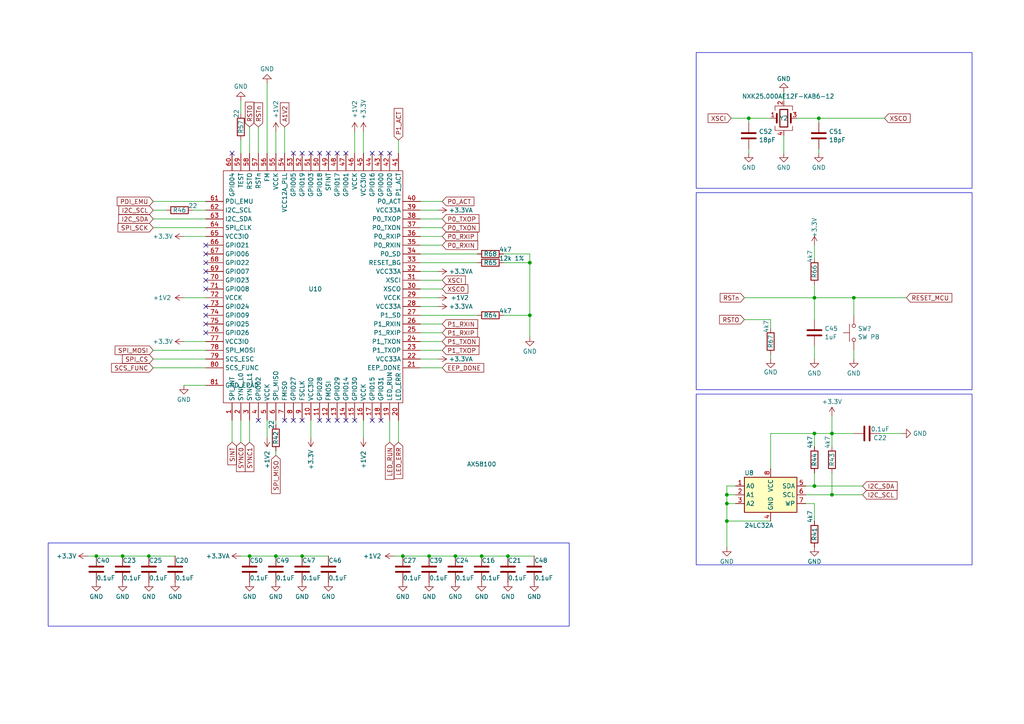
<source format=kicad_sch>
(kicad_sch (version 20230121) (generator eeschema)

  (uuid d01ee7a8-badb-421f-a195-8ebab99570c6)

  (paper "A4")

  (title_block
    (title "MetalMusings EaserCAT 3000")
  )

  (lib_symbols
    (symbol "Device:C" (pin_numbers hide) (pin_names (offset 0.254)) (in_bom yes) (on_board yes)
      (property "Reference" "C" (at 0.635 2.54 0)
        (effects (font (size 1.27 1.27)) (justify left))
      )
      (property "Value" "C" (at 0.635 -2.54 0)
        (effects (font (size 1.27 1.27)) (justify left))
      )
      (property "Footprint" "" (at 0.9652 -3.81 0)
        (effects (font (size 1.27 1.27)) hide)
      )
      (property "Datasheet" "~" (at 0 0 0)
        (effects (font (size 1.27 1.27)) hide)
      )
      (property "ki_keywords" "cap capacitor" (at 0 0 0)
        (effects (font (size 1.27 1.27)) hide)
      )
      (property "ki_description" "Unpolarized capacitor" (at 0 0 0)
        (effects (font (size 1.27 1.27)) hide)
      )
      (property "ki_fp_filters" "C_*" (at 0 0 0)
        (effects (font (size 1.27 1.27)) hide)
      )
      (symbol "C_0_1"
        (polyline
          (pts
            (xy -2.032 -0.762)
            (xy 2.032 -0.762)
          )
          (stroke (width 0.508) (type default))
          (fill (type none))
        )
        (polyline
          (pts
            (xy -2.032 0.762)
            (xy 2.032 0.762)
          )
          (stroke (width 0.508) (type default))
          (fill (type none))
        )
      )
      (symbol "C_1_1"
        (pin passive line (at 0 3.81 270) (length 2.794)
          (name "~" (effects (font (size 1.27 1.27))))
          (number "1" (effects (font (size 1.27 1.27))))
        )
        (pin passive line (at 0 -3.81 90) (length 2.794)
          (name "~" (effects (font (size 1.27 1.27))))
          (number "2" (effects (font (size 1.27 1.27))))
        )
      )
    )
    (symbol "Device:Crystal_GND24" (pin_names (offset 1.016) hide) (in_bom yes) (on_board yes)
      (property "Reference" "Y" (at 3.175 5.08 0)
        (effects (font (size 1.27 1.27)) (justify left))
      )
      (property "Value" "Crystal_GND24" (at 3.175 3.175 0)
        (effects (font (size 1.27 1.27)) (justify left))
      )
      (property "Footprint" "" (at 0 0 0)
        (effects (font (size 1.27 1.27)) hide)
      )
      (property "Datasheet" "~" (at 0 0 0)
        (effects (font (size 1.27 1.27)) hide)
      )
      (property "ki_keywords" "quartz ceramic resonator oscillator" (at 0 0 0)
        (effects (font (size 1.27 1.27)) hide)
      )
      (property "ki_description" "Four pin crystal, GND on pins 2 and 4" (at 0 0 0)
        (effects (font (size 1.27 1.27)) hide)
      )
      (property "ki_fp_filters" "Crystal*" (at 0 0 0)
        (effects (font (size 1.27 1.27)) hide)
      )
      (symbol "Crystal_GND24_0_1"
        (rectangle (start -1.143 2.54) (end 1.143 -2.54)
          (stroke (width 0.3048) (type default))
          (fill (type none))
        )
        (polyline
          (pts
            (xy -2.54 0)
            (xy -2.032 0)
          )
          (stroke (width 0) (type default))
          (fill (type none))
        )
        (polyline
          (pts
            (xy -2.032 -1.27)
            (xy -2.032 1.27)
          )
          (stroke (width 0.508) (type default))
          (fill (type none))
        )
        (polyline
          (pts
            (xy 0 -3.81)
            (xy 0 -3.556)
          )
          (stroke (width 0) (type default))
          (fill (type none))
        )
        (polyline
          (pts
            (xy 0 3.556)
            (xy 0 3.81)
          )
          (stroke (width 0) (type default))
          (fill (type none))
        )
        (polyline
          (pts
            (xy 2.032 -1.27)
            (xy 2.032 1.27)
          )
          (stroke (width 0.508) (type default))
          (fill (type none))
        )
        (polyline
          (pts
            (xy 2.032 0)
            (xy 2.54 0)
          )
          (stroke (width 0) (type default))
          (fill (type none))
        )
        (polyline
          (pts
            (xy -2.54 -2.286)
            (xy -2.54 -3.556)
            (xy 2.54 -3.556)
            (xy 2.54 -2.286)
          )
          (stroke (width 0) (type default))
          (fill (type none))
        )
        (polyline
          (pts
            (xy -2.54 2.286)
            (xy -2.54 3.556)
            (xy 2.54 3.556)
            (xy 2.54 2.286)
          )
          (stroke (width 0) (type default))
          (fill (type none))
        )
      )
      (symbol "Crystal_GND24_1_1"
        (pin passive line (at -3.81 0 0) (length 1.27)
          (name "1" (effects (font (size 1.27 1.27))))
          (number "1" (effects (font (size 1.27 1.27))))
        )
        (pin passive line (at 0 5.08 270) (length 1.27)
          (name "2" (effects (font (size 1.27 1.27))))
          (number "2" (effects (font (size 1.27 1.27))))
        )
        (pin passive line (at 3.81 0 180) (length 1.27)
          (name "3" (effects (font (size 1.27 1.27))))
          (number "3" (effects (font (size 1.27 1.27))))
        )
        (pin passive line (at 0 -5.08 90) (length 1.27)
          (name "4" (effects (font (size 1.27 1.27))))
          (number "4" (effects (font (size 1.27 1.27))))
        )
      )
    )
    (symbol "Device:R" (pin_numbers hide) (pin_names (offset 0)) (in_bom yes) (on_board yes)
      (property "Reference" "R" (at 2.032 0 90)
        (effects (font (size 1.27 1.27)))
      )
      (property "Value" "R" (at 0 0 90)
        (effects (font (size 1.27 1.27)))
      )
      (property "Footprint" "" (at -1.778 0 90)
        (effects (font (size 1.27 1.27)) hide)
      )
      (property "Datasheet" "~" (at 0 0 0)
        (effects (font (size 1.27 1.27)) hide)
      )
      (property "ki_keywords" "R res resistor" (at 0 0 0)
        (effects (font (size 1.27 1.27)) hide)
      )
      (property "ki_description" "Resistor" (at 0 0 0)
        (effects (font (size 1.27 1.27)) hide)
      )
      (property "ki_fp_filters" "R_*" (at 0 0 0)
        (effects (font (size 1.27 1.27)) hide)
      )
      (symbol "R_0_1"
        (rectangle (start -1.016 -2.54) (end 1.016 2.54)
          (stroke (width 0.254) (type default))
          (fill (type none))
        )
      )
      (symbol "R_1_1"
        (pin passive line (at 0 3.81 270) (length 1.27)
          (name "~" (effects (font (size 1.27 1.27))))
          (number "1" (effects (font (size 1.27 1.27))))
        )
        (pin passive line (at 0 -3.81 90) (length 1.27)
          (name "~" (effects (font (size 1.27 1.27))))
          (number "2" (effects (font (size 1.27 1.27))))
        )
      )
    )
    (symbol "HakansLibrary:AX58100" (in_bom yes) (on_board yes)
      (property "Reference" "U" (at 0 0 0)
        (effects (font (size 1.27 1.27)))
      )
      (property "Value" "" (at 0 0 0)
        (effects (font (size 1.27 1.27)))
      )
      (property "Footprint" "" (at 0 0 0)
        (effects (font (size 1.27 1.27)) hide)
      )
      (property "Datasheet" "" (at 0 0 0)
        (effects (font (size 1.27 1.27)) hide)
      )
      (symbol "AX58100_0_1"
        (rectangle (start -74.93 85.09) (end -22.86 17.78)
          (stroke (width 0) (type default))
          (fill (type none))
        )
      )
      (symbol "AX58100_1_0"
        (pin power_in line (at -80.01 22.86 0) (length 5.08)
          (name "GND_EPAD" (effects (font (size 1.27 1.27))))
          (number "81" (effects (font (size 1.27 1.27))))
        )
      )
      (symbol "AX58100_1_1"
        (pin output line (at -72.39 12.7 90) (length 5.08)
          (name "SPI_INT" (effects (font (size 1.27 1.27))))
          (number "1" (effects (font (size 1.27 1.27))))
        )
        (pin power_in line (at -49.53 12.7 90) (length 5.08)
          (name "VCC3IO" (effects (font (size 1.27 1.27))))
          (number "10" (effects (font (size 1.27 1.27))))
        )
        (pin bidirectional line (at -46.99 12.7 90) (length 5.08)
          (name "GPIO28" (effects (font (size 1.27 1.27))))
          (number "11" (effects (font (size 1.27 1.27))))
        )
        (pin input line (at -44.45 12.7 90) (length 5.08)
          (name "FMOSI" (effects (font (size 1.27 1.27))))
          (number "12" (effects (font (size 1.27 1.27))))
        )
        (pin bidirectional line (at -41.91 12.7 90) (length 5.08)
          (name "GPIO29" (effects (font (size 1.27 1.27))))
          (number "13" (effects (font (size 1.27 1.27))))
        )
        (pin bidirectional line (at -39.37 12.7 90) (length 5.08)
          (name "GPIO14" (effects (font (size 1.27 1.27))))
          (number "14" (effects (font (size 1.27 1.27))))
        )
        (pin bidirectional line (at -36.83 12.7 90) (length 5.08)
          (name "GPIO30" (effects (font (size 1.27 1.27))))
          (number "15" (effects (font (size 1.27 1.27))))
        )
        (pin power_in line (at -34.29 12.7 90) (length 5.08)
          (name "VCCK" (effects (font (size 1.27 1.27))))
          (number "16" (effects (font (size 1.27 1.27))))
        )
        (pin bidirectional line (at -31.75 12.7 90) (length 5.08)
          (name "GPIO15" (effects (font (size 1.27 1.27))))
          (number "17" (effects (font (size 1.27 1.27))))
        )
        (pin bidirectional line (at -29.21 12.7 90) (length 5.08)
          (name "GPIO31" (effects (font (size 1.27 1.27))))
          (number "18" (effects (font (size 1.27 1.27))))
        )
        (pin bidirectional line (at -26.67 12.7 90) (length 5.08)
          (name "LED_RUN" (effects (font (size 1.27 1.27))))
          (number "19" (effects (font (size 1.27 1.27))))
        )
        (pin bidirectional line (at -69.85 12.7 90) (length 5.08)
          (name "SYNC_L0" (effects (font (size 1.27 1.27))))
          (number "2" (effects (font (size 1.27 1.27))))
        )
        (pin bidirectional line (at -24.13 12.7 90) (length 5.08)
          (name "LED_ERR" (effects (font (size 1.27 1.27))))
          (number "20" (effects (font (size 1.27 1.27))))
        )
        (pin output line (at -17.78 27.94 180) (length 5.08)
          (name "EEP_DONE" (effects (font (size 1.27 1.27))))
          (number "21" (effects (font (size 1.27 1.27))))
        )
        (pin power_in line (at -17.78 30.48 180) (length 5.08)
          (name "VCC33A" (effects (font (size 1.27 1.27))))
          (number "22" (effects (font (size 1.27 1.27))))
        )
        (pin bidirectional line (at -17.78 33.02 180) (length 5.08)
          (name "P1_TXOP" (effects (font (size 1.27 1.27))))
          (number "23" (effects (font (size 1.27 1.27))))
        )
        (pin bidirectional line (at -17.78 35.56 180) (length 5.08)
          (name "P1_TXON" (effects (font (size 1.27 1.27))))
          (number "24" (effects (font (size 1.27 1.27))))
        )
        (pin bidirectional line (at -17.78 38.1 180) (length 5.08)
          (name "P1_RXIP" (effects (font (size 1.27 1.27))))
          (number "25" (effects (font (size 1.27 1.27))))
        )
        (pin bidirectional line (at -17.78 40.64 180) (length 5.08)
          (name "P1_RXIN" (effects (font (size 1.27 1.27))))
          (number "26" (effects (font (size 1.27 1.27))))
        )
        (pin bidirectional line (at -17.78 43.18 180) (length 5.08)
          (name "P1_SD" (effects (font (size 1.27 1.27))))
          (number "27" (effects (font (size 1.27 1.27))))
        )
        (pin power_in line (at -17.78 45.72 180) (length 5.08)
          (name "VCC33A" (effects (font (size 1.27 1.27))))
          (number "28" (effects (font (size 1.27 1.27))))
        )
        (pin power_in line (at -17.78 48.26 180) (length 5.08)
          (name "VCCK" (effects (font (size 1.27 1.27))))
          (number "29" (effects (font (size 1.27 1.27))))
        )
        (pin bidirectional line (at -67.31 12.7 90) (length 5.08)
          (name "SYNC_L1" (effects (font (size 1.27 1.27))))
          (number "3" (effects (font (size 1.27 1.27))))
        )
        (pin bidirectional line (at -17.78 50.8 180) (length 5.08)
          (name "XSCO" (effects (font (size 1.27 1.27))))
          (number "30" (effects (font (size 1.27 1.27))))
        )
        (pin input line (at -17.78 53.34 180) (length 5.08)
          (name "XSCI" (effects (font (size 1.27 1.27))))
          (number "31" (effects (font (size 1.27 1.27))))
        )
        (pin power_in line (at -17.78 55.88 180) (length 5.08)
          (name "VCC33A" (effects (font (size 1.27 1.27))))
          (number "32" (effects (font (size 1.27 1.27))))
        )
        (pin output line (at -17.78 58.42 180) (length 5.08)
          (name "RESET_BG" (effects (font (size 1.27 1.27))))
          (number "33" (effects (font (size 1.27 1.27))))
        )
        (pin bidirectional line (at -17.78 60.96 180) (length 5.08)
          (name "P0_SD" (effects (font (size 1.27 1.27))))
          (number "34" (effects (font (size 1.27 1.27))))
        )
        (pin bidirectional line (at -17.78 63.5 180) (length 5.08)
          (name "P0_RXIN" (effects (font (size 1.27 1.27))))
          (number "35" (effects (font (size 1.27 1.27))))
        )
        (pin bidirectional line (at -17.78 66.04 180) (length 5.08)
          (name "P0_RXIP" (effects (font (size 1.27 1.27))))
          (number "36" (effects (font (size 1.27 1.27))))
        )
        (pin bidirectional line (at -17.78 68.58 180) (length 5.08)
          (name "P0_TXON" (effects (font (size 1.27 1.27))))
          (number "37" (effects (font (size 1.27 1.27))))
        )
        (pin bidirectional line (at -17.78 71.12 180) (length 5.08)
          (name "P0_TXOP" (effects (font (size 1.27 1.27))))
          (number "38" (effects (font (size 1.27 1.27))))
        )
        (pin power_in line (at -17.78 73.66 180) (length 5.08)
          (name "VCC33A" (effects (font (size 1.27 1.27))))
          (number "39" (effects (font (size 1.27 1.27))))
        )
        (pin bidirectional line (at -64.77 12.7 90) (length 5.08)
          (name "GPIO02" (effects (font (size 1.27 1.27))))
          (number "4" (effects (font (size 1.27 1.27))))
        )
        (pin bidirectional line (at -17.78 76.2 180) (length 5.08)
          (name "P0_ACT" (effects (font (size 1.27 1.27))))
          (number "40" (effects (font (size 1.27 1.27))))
        )
        (pin input line (at -24.13 90.17 270) (length 5.08)
          (name "P1_ACT" (effects (font (size 1.27 1.27))))
          (number "41" (effects (font (size 1.27 1.27))))
        )
        (pin bidirectional line (at -26.67 90.17 270) (length 5.08)
          (name "GPIO20" (effects (font (size 1.27 1.27))))
          (number "42" (effects (font (size 1.27 1.27))))
        )
        (pin bidirectional line (at -29.21 90.17 270) (length 5.08)
          (name "GPIO00" (effects (font (size 1.27 1.27))))
          (number "43" (effects (font (size 1.27 1.27))))
        )
        (pin bidirectional line (at -31.75 90.17 270) (length 5.08)
          (name "GPIO16" (effects (font (size 1.27 1.27))))
          (number "44" (effects (font (size 1.27 1.27))))
        )
        (pin power_in line (at -34.29 90.17 270) (length 5.08)
          (name "VCC3IO" (effects (font (size 1.27 1.27))))
          (number "45" (effects (font (size 1.27 1.27))))
        )
        (pin power_in line (at -36.83 90.17 270) (length 5.08)
          (name "VCCK" (effects (font (size 1.27 1.27))))
          (number "46" (effects (font (size 1.27 1.27))))
        )
        (pin bidirectional line (at -39.37 90.17 270) (length 5.08)
          (name "GPIO01" (effects (font (size 1.27 1.27))))
          (number "47" (effects (font (size 1.27 1.27))))
        )
        (pin bidirectional line (at -41.91 90.17 270) (length 5.08)
          (name "GPIO17" (effects (font (size 1.27 1.27))))
          (number "48" (effects (font (size 1.27 1.27))))
        )
        (pin output line (at -44.45 90.17 270) (length 5.08)
          (name "SFINT" (effects (font (size 1.27 1.27))))
          (number "49" (effects (font (size 1.27 1.27))))
        )
        (pin power_in line (at -62.23 12.7 90) (length 5.08)
          (name "VCCK" (effects (font (size 1.27 1.27))))
          (number "5" (effects (font (size 1.27 1.27))))
        )
        (pin bidirectional line (at -46.99 90.17 270) (length 5.08)
          (name "GPIO18" (effects (font (size 1.27 1.27))))
          (number "50" (effects (font (size 1.27 1.27))))
        )
        (pin passive line (at -49.53 90.17 270) (length 5.08)
          (name "GPIO03" (effects (font (size 1.27 1.27))))
          (number "51" (effects (font (size 1.27 1.27))))
        )
        (pin bidirectional line (at -52.07 90.17 270) (length 5.08)
          (name "GPIO19" (effects (font (size 1.27 1.27))))
          (number "52" (effects (font (size 1.27 1.27))))
        )
        (pin bidirectional line (at -54.61 90.17 270) (length 5.08)
          (name "GPIO05" (effects (font (size 1.27 1.27))))
          (number "53" (effects (font (size 1.27 1.27))))
        )
        (pin power_in line (at -57.15 90.17 270) (length 5.08)
          (name "VCC12A_PLL" (effects (font (size 1.27 1.27))))
          (number "54" (effects (font (size 1.27 1.27))))
        )
        (pin power_in line (at -59.69 90.17 270) (length 5.08)
          (name "VCCK" (effects (font (size 1.27 1.27))))
          (number "55" (effects (font (size 1.27 1.27))))
        )
        (pin input line (at -62.23 90.17 270) (length 5.08)
          (name "FM" (effects (font (size 1.27 1.27))))
          (number "56" (effects (font (size 1.27 1.27))))
        )
        (pin input line (at -64.77 90.17 270) (length 5.08)
          (name "RSTn" (effects (font (size 1.27 1.27))))
          (number "57" (effects (font (size 1.27 1.27))))
        )
        (pin output line (at -67.31 90.17 270) (length 5.08)
          (name "RSTO" (effects (font (size 1.27 1.27))))
          (number "58" (effects (font (size 1.27 1.27))))
        )
        (pin input line (at -69.85 90.17 270) (length 5.08)
          (name "TEST" (effects (font (size 1.27 1.27))))
          (number "59" (effects (font (size 1.27 1.27))))
        )
        (pin output line (at -59.69 12.7 90) (length 5.08)
          (name "SPI_MISO" (effects (font (size 1.27 1.27))))
          (number "6" (effects (font (size 1.27 1.27))))
        )
        (pin bidirectional line (at -72.39 90.17 270) (length 5.08)
          (name "GPIO04" (effects (font (size 1.27 1.27))))
          (number "60" (effects (font (size 1.27 1.27))))
        )
        (pin input line (at -80.01 76.2 0) (length 5.08)
          (name "PDI_EMU" (effects (font (size 1.27 1.27))))
          (number "61" (effects (font (size 1.27 1.27))))
        )
        (pin output line (at -80.01 73.66 0) (length 5.08)
          (name "I2C_SCL" (effects (font (size 1.27 1.27))))
          (number "62" (effects (font (size 1.27 1.27))))
        )
        (pin bidirectional line (at -80.01 71.12 0) (length 5.08)
          (name "I2C_SDA" (effects (font (size 1.27 1.27))))
          (number "63" (effects (font (size 1.27 1.27))))
        )
        (pin input line (at -80.01 68.58 0) (length 5.08)
          (name "SPI_CLK" (effects (font (size 1.27 1.27))))
          (number "64" (effects (font (size 1.27 1.27))))
        )
        (pin power_in line (at -80.01 66.04 0) (length 5.08)
          (name "VCC3IO" (effects (font (size 1.27 1.27))))
          (number "65" (effects (font (size 1.27 1.27))))
        )
        (pin bidirectional line (at -80.01 63.5 0) (length 5.08)
          (name "GPIO21" (effects (font (size 1.27 1.27))))
          (number "66" (effects (font (size 1.27 1.27))))
        )
        (pin bidirectional line (at -80.01 60.96 0) (length 5.08)
          (name "GPIO06" (effects (font (size 1.27 1.27))))
          (number "67" (effects (font (size 1.27 1.27))))
        )
        (pin bidirectional line (at -80.01 58.42 0) (length 5.08)
          (name "GPIO22" (effects (font (size 1.27 1.27))))
          (number "68" (effects (font (size 1.27 1.27))))
        )
        (pin bidirectional line (at -80.01 55.88 0) (length 5.08)
          (name "GPIO07" (effects (font (size 1.27 1.27))))
          (number "69" (effects (font (size 1.27 1.27))))
        )
        (pin output line (at -57.15 12.7 90) (length 5.08)
          (name "FMISO" (effects (font (size 1.27 1.27))))
          (number "7" (effects (font (size 1.27 1.27))))
        )
        (pin bidirectional line (at -80.01 53.34 0) (length 5.08)
          (name "GPIO23" (effects (font (size 1.27 1.27))))
          (number "70" (effects (font (size 1.27 1.27))))
        )
        (pin bidirectional line (at -80.01 50.8 0) (length 5.08)
          (name "GPIO08" (effects (font (size 1.27 1.27))))
          (number "71" (effects (font (size 1.27 1.27))))
        )
        (pin power_in line (at -80.01 48.26 0) (length 5.08)
          (name "VCCK" (effects (font (size 1.27 1.27))))
          (number "72" (effects (font (size 1.27 1.27))))
        )
        (pin bidirectional line (at -80.01 45.72 0) (length 5.08)
          (name "GPIO24" (effects (font (size 1.27 1.27))))
          (number "73" (effects (font (size 1.27 1.27))))
        )
        (pin bidirectional line (at -80.01 43.18 0) (length 5.08)
          (name "GPIO09" (effects (font (size 1.27 1.27))))
          (number "74" (effects (font (size 1.27 1.27))))
        )
        (pin bidirectional line (at -80.01 40.64 0) (length 5.08)
          (name "GPIO25" (effects (font (size 1.27 1.27))))
          (number "75" (effects (font (size 1.27 1.27))))
        )
        (pin bidirectional line (at -80.01 38.1 0) (length 5.08)
          (name "GPIO26" (effects (font (size 1.27 1.27))))
          (number "76" (effects (font (size 1.27 1.27))))
        )
        (pin power_in line (at -80.01 35.56 0) (length 5.08)
          (name "VCC3IO" (effects (font (size 1.27 1.27))))
          (number "77" (effects (font (size 1.27 1.27))))
        )
        (pin input line (at -80.01 33.02 0) (length 5.08)
          (name "SPI_MOSI" (effects (font (size 1.27 1.27))))
          (number "78" (effects (font (size 1.27 1.27))))
        )
        (pin input line (at -80.01 30.48 0) (length 5.08)
          (name "SCS_ESC" (effects (font (size 1.27 1.27))))
          (number "79" (effects (font (size 1.27 1.27))))
        )
        (pin bidirectional line (at -54.61 12.7 90) (length 5.08)
          (name "GPIO27" (effects (font (size 1.27 1.27))))
          (number "8" (effects (font (size 1.27 1.27))))
        )
        (pin input line (at -80.01 27.94 0) (length 5.08)
          (name "SCS_FUNC" (effects (font (size 1.27 1.27))))
          (number "80" (effects (font (size 1.27 1.27))))
        )
        (pin input line (at -52.07 12.7 90) (length 5.08)
          (name "FSCLK" (effects (font (size 1.27 1.27))))
          (number "9" (effects (font (size 1.27 1.27))))
        )
      )
    )
    (symbol "Memory_EEPROM:AT24CS32-SSHM" (in_bom yes) (on_board yes)
      (property "Reference" "U" (at -7.62 6.35 0)
        (effects (font (size 1.27 1.27)))
      )
      (property "Value" "AT24CS32-SSHM" (at 2.54 -6.35 0)
        (effects (font (size 1.27 1.27)) (justify left))
      )
      (property "Footprint" "Package_SO:SOIC-8_3.9x4.9mm_P1.27mm" (at 0 0 0)
        (effects (font (size 1.27 1.27)) hide)
      )
      (property "Datasheet" "http://ww1.microchip.com/downloads/en/DeviceDoc/Atmel-8869-SEEPROM-AT24CS32-Datasheet.pdf" (at 0 0 0)
        (effects (font (size 1.27 1.27)) hide)
      )
      (property "ki_keywords" "I2C Serial EEPROM Nonvolatile Memory" (at 0 0 0)
        (effects (font (size 1.27 1.27)) hide)
      )
      (property "ki_description" "I2C Serial EEPROM, 32Kb (4096x8) with Unique Serial Number, SO8" (at 0 0 0)
        (effects (font (size 1.27 1.27)) hide)
      )
      (property "ki_fp_filters" "SOIC*3.9x4.9mm*P1.27mm*" (at 0 0 0)
        (effects (font (size 1.27 1.27)) hide)
      )
      (symbol "AT24CS32-SSHM_1_1"
        (rectangle (start -7.62 5.08) (end 7.62 -5.08)
          (stroke (width 0.254) (type default))
          (fill (type background))
        )
        (pin input line (at -10.16 2.54 0) (length 2.54)
          (name "A0" (effects (font (size 1.27 1.27))))
          (number "1" (effects (font (size 1.27 1.27))))
        )
        (pin input line (at -10.16 0 0) (length 2.54)
          (name "A1" (effects (font (size 1.27 1.27))))
          (number "2" (effects (font (size 1.27 1.27))))
        )
        (pin input line (at -10.16 -2.54 0) (length 2.54)
          (name "A2" (effects (font (size 1.27 1.27))))
          (number "3" (effects (font (size 1.27 1.27))))
        )
        (pin power_in line (at 0 -7.62 90) (length 2.54)
          (name "GND" (effects (font (size 1.27 1.27))))
          (number "4" (effects (font (size 1.27 1.27))))
        )
        (pin bidirectional line (at 10.16 2.54 180) (length 2.54)
          (name "SDA" (effects (font (size 1.27 1.27))))
          (number "5" (effects (font (size 1.27 1.27))))
        )
        (pin input line (at 10.16 0 180) (length 2.54)
          (name "SCL" (effects (font (size 1.27 1.27))))
          (number "6" (effects (font (size 1.27 1.27))))
        )
        (pin input line (at 10.16 -2.54 180) (length 2.54)
          (name "WP" (effects (font (size 1.27 1.27))))
          (number "7" (effects (font (size 1.27 1.27))))
        )
        (pin power_in line (at 0 7.62 270) (length 2.54)
          (name "VCC" (effects (font (size 1.27 1.27))))
          (number "8" (effects (font (size 1.27 1.27))))
        )
      )
    )
    (symbol "Switch:SW_Push" (pin_numbers hide) (pin_names (offset 1.016) hide) (in_bom yes) (on_board yes)
      (property "Reference" "SW" (at 1.27 2.54 0)
        (effects (font (size 1.27 1.27)) (justify left))
      )
      (property "Value" "SW_Push" (at 0 -1.524 0)
        (effects (font (size 1.27 1.27)))
      )
      (property "Footprint" "" (at 0 5.08 0)
        (effects (font (size 1.27 1.27)) hide)
      )
      (property "Datasheet" "~" (at 0 5.08 0)
        (effects (font (size 1.27 1.27)) hide)
      )
      (property "ki_keywords" "switch normally-open pushbutton push-button" (at 0 0 0)
        (effects (font (size 1.27 1.27)) hide)
      )
      (property "ki_description" "Push button switch, generic, two pins" (at 0 0 0)
        (effects (font (size 1.27 1.27)) hide)
      )
      (symbol "SW_Push_0_1"
        (circle (center -2.032 0) (radius 0.508)
          (stroke (width 0) (type default))
          (fill (type none))
        )
        (polyline
          (pts
            (xy 0 1.27)
            (xy 0 3.048)
          )
          (stroke (width 0) (type default))
          (fill (type none))
        )
        (polyline
          (pts
            (xy 2.54 1.27)
            (xy -2.54 1.27)
          )
          (stroke (width 0) (type default))
          (fill (type none))
        )
        (circle (center 2.032 0) (radius 0.508)
          (stroke (width 0) (type default))
          (fill (type none))
        )
        (pin passive line (at -5.08 0 0) (length 2.54)
          (name "1" (effects (font (size 1.27 1.27))))
          (number "1" (effects (font (size 1.27 1.27))))
        )
        (pin passive line (at 5.08 0 180) (length 2.54)
          (name "2" (effects (font (size 1.27 1.27))))
          (number "2" (effects (font (size 1.27 1.27))))
        )
      )
    )
    (symbol "power:+1V2" (power) (pin_names (offset 0)) (in_bom yes) (on_board yes)
      (property "Reference" "#PWR" (at 0 -3.81 0)
        (effects (font (size 1.27 1.27)) hide)
      )
      (property "Value" "+1V2" (at 0 3.556 0)
        (effects (font (size 1.27 1.27)))
      )
      (property "Footprint" "" (at 0 0 0)
        (effects (font (size 1.27 1.27)) hide)
      )
      (property "Datasheet" "" (at 0 0 0)
        (effects (font (size 1.27 1.27)) hide)
      )
      (property "ki_keywords" "global power" (at 0 0 0)
        (effects (font (size 1.27 1.27)) hide)
      )
      (property "ki_description" "Power symbol creates a global label with name \"+1V2\"" (at 0 0 0)
        (effects (font (size 1.27 1.27)) hide)
      )
      (symbol "+1V2_0_1"
        (polyline
          (pts
            (xy -0.762 1.27)
            (xy 0 2.54)
          )
          (stroke (width 0) (type default))
          (fill (type none))
        )
        (polyline
          (pts
            (xy 0 0)
            (xy 0 2.54)
          )
          (stroke (width 0) (type default))
          (fill (type none))
        )
        (polyline
          (pts
            (xy 0 2.54)
            (xy 0.762 1.27)
          )
          (stroke (width 0) (type default))
          (fill (type none))
        )
      )
      (symbol "+1V2_1_1"
        (pin power_in line (at 0 0 90) (length 0) hide
          (name "+1V2" (effects (font (size 1.27 1.27))))
          (number "1" (effects (font (size 1.27 1.27))))
        )
      )
    )
    (symbol "power:+3.3V" (power) (pin_names (offset 0)) (in_bom yes) (on_board yes)
      (property "Reference" "#PWR" (at 0 -3.81 0)
        (effects (font (size 1.27 1.27)) hide)
      )
      (property "Value" "+3.3V" (at 0 3.556 0)
        (effects (font (size 1.27 1.27)))
      )
      (property "Footprint" "" (at 0 0 0)
        (effects (font (size 1.27 1.27)) hide)
      )
      (property "Datasheet" "" (at 0 0 0)
        (effects (font (size 1.27 1.27)) hide)
      )
      (property "ki_keywords" "global power" (at 0 0 0)
        (effects (font (size 1.27 1.27)) hide)
      )
      (property "ki_description" "Power symbol creates a global label with name \"+3.3V\"" (at 0 0 0)
        (effects (font (size 1.27 1.27)) hide)
      )
      (symbol "+3.3V_0_1"
        (polyline
          (pts
            (xy -0.762 1.27)
            (xy 0 2.54)
          )
          (stroke (width 0) (type default))
          (fill (type none))
        )
        (polyline
          (pts
            (xy 0 0)
            (xy 0 2.54)
          )
          (stroke (width 0) (type default))
          (fill (type none))
        )
        (polyline
          (pts
            (xy 0 2.54)
            (xy 0.762 1.27)
          )
          (stroke (width 0) (type default))
          (fill (type none))
        )
      )
      (symbol "+3.3V_1_1"
        (pin power_in line (at 0 0 90) (length 0) hide
          (name "+3.3V" (effects (font (size 1.27 1.27))))
          (number "1" (effects (font (size 1.27 1.27))))
        )
      )
    )
    (symbol "power:+3.3VA" (power) (pin_names (offset 0)) (in_bom yes) (on_board yes)
      (property "Reference" "#PWR" (at 0 -3.81 0)
        (effects (font (size 1.27 1.27)) hide)
      )
      (property "Value" "+3.3VA" (at 0 3.556 0)
        (effects (font (size 1.27 1.27)))
      )
      (property "Footprint" "" (at 0 0 0)
        (effects (font (size 1.27 1.27)) hide)
      )
      (property "Datasheet" "" (at 0 0 0)
        (effects (font (size 1.27 1.27)) hide)
      )
      (property "ki_keywords" "global power" (at 0 0 0)
        (effects (font (size 1.27 1.27)) hide)
      )
      (property "ki_description" "Power symbol creates a global label with name \"+3.3VA\"" (at 0 0 0)
        (effects (font (size 1.27 1.27)) hide)
      )
      (symbol "+3.3VA_0_1"
        (polyline
          (pts
            (xy -0.762 1.27)
            (xy 0 2.54)
          )
          (stroke (width 0) (type default))
          (fill (type none))
        )
        (polyline
          (pts
            (xy 0 0)
            (xy 0 2.54)
          )
          (stroke (width 0) (type default))
          (fill (type none))
        )
        (polyline
          (pts
            (xy 0 2.54)
            (xy 0.762 1.27)
          )
          (stroke (width 0) (type default))
          (fill (type none))
        )
      )
      (symbol "+3.3VA_1_1"
        (pin power_in line (at 0 0 90) (length 0) hide
          (name "+3.3VA" (effects (font (size 1.27 1.27))))
          (number "1" (effects (font (size 1.27 1.27))))
        )
      )
    )
    (symbol "power:GND" (power) (pin_names (offset 0)) (in_bom yes) (on_board yes)
      (property "Reference" "#PWR" (at 0 -6.35 0)
        (effects (font (size 1.27 1.27)) hide)
      )
      (property "Value" "GND" (at 0 -3.81 0)
        (effects (font (size 1.27 1.27)))
      )
      (property "Footprint" "" (at 0 0 0)
        (effects (font (size 1.27 1.27)) hide)
      )
      (property "Datasheet" "" (at 0 0 0)
        (effects (font (size 1.27 1.27)) hide)
      )
      (property "ki_keywords" "global power" (at 0 0 0)
        (effects (font (size 1.27 1.27)) hide)
      )
      (property "ki_description" "Power symbol creates a global label with name \"GND\" , ground" (at 0 0 0)
        (effects (font (size 1.27 1.27)) hide)
      )
      (symbol "GND_0_1"
        (polyline
          (pts
            (xy 0 0)
            (xy 0 -1.27)
            (xy 1.27 -1.27)
            (xy 0 -2.54)
            (xy -1.27 -1.27)
            (xy 0 -1.27)
          )
          (stroke (width 0) (type default))
          (fill (type none))
        )
      )
      (symbol "GND_1_1"
        (pin power_in line (at 0 0 270) (length 0) hide
          (name "GND" (effects (font (size 1.27 1.27))))
          (number "1" (effects (font (size 1.27 1.27))))
        )
      )
    )
  )

  (junction (at 236.22 125.73) (diameter 0) (color 0 0 0 0)
    (uuid 0a5235fe-d0f4-420a-9560-6dd1ccdea44f)
  )
  (junction (at 217.17 34.29) (diameter 0) (color 0 0 0 0)
    (uuid 17085ee2-ab44-4709-a5bf-270ceae66d7d)
  )
  (junction (at 124.46 161.29) (diameter 0) (color 0 0 0 0)
    (uuid 1b1ffde0-61b2-4256-8eae-0e92266a923a)
  )
  (junction (at 153.67 76.2) (diameter 0) (color 0 0 0 0)
    (uuid 1d94dd01-6dce-414e-82ad-3ac082fe20b1)
  )
  (junction (at 241.3 125.73) (diameter 0) (color 0 0 0 0)
    (uuid 24742ea1-03d5-4527-95f5-a7eea04d187b)
  )
  (junction (at 236.22 86.36) (diameter 0) (color 0 0 0 0)
    (uuid 2a65f1ec-1805-4e15-b211-525d5c3ea161)
  )
  (junction (at 236.22 140.97) (diameter 0) (color 0 0 0 0)
    (uuid 311f693d-f584-4886-af7a-ac8fa87a5459)
  )
  (junction (at 87.63 161.29) (diameter 0) (color 0 0 0 0)
    (uuid 459cb36e-c919-41a8-9849-d33d3cf3a3ab)
  )
  (junction (at 27.94 161.29) (diameter 0) (color 0 0 0 0)
    (uuid 4e4c8166-269b-4ae6-9196-ef65ad6f40a6)
  )
  (junction (at 139.7 161.29) (diameter 0) (color 0 0 0 0)
    (uuid 518638a7-6bbd-4b1a-9b2a-cce11baa340f)
  )
  (junction (at 116.84 161.29) (diameter 0) (color 0 0 0 0)
    (uuid 5e09a34a-7b17-4a2b-90a4-8bfc1cabaf5f)
  )
  (junction (at 210.82 143.51) (diameter 0) (color 0 0 0 0)
    (uuid 67a18ab4-38eb-4cf0-b629-7d4f44440338)
  )
  (junction (at 72.39 161.29) (diameter 0) (color 0 0 0 0)
    (uuid 73c5d438-4432-4531-ac18-515e2a295d56)
  )
  (junction (at 241.3 143.51) (diameter 0) (color 0 0 0 0)
    (uuid 7aced3ce-c005-4d88-9a12-1925ac4397fa)
  )
  (junction (at 153.67 91.44) (diameter 0) (color 0 0 0 0)
    (uuid 99917e2e-1e40-4f4a-99a8-4c34fbd78fdf)
  )
  (junction (at 147.32 161.29) (diameter 0) (color 0 0 0 0)
    (uuid a231cb60-0cad-446a-9f03-97fe667dfe62)
  )
  (junction (at 247.65 86.36) (diameter 0) (color 0 0 0 0)
    (uuid a615565b-f9c0-4d64-9d25-cfbf8b1b8c17)
  )
  (junction (at 80.01 161.29) (diameter 0) (color 0 0 0 0)
    (uuid ae7957f9-f534-41d0-a753-56caa3c754bf)
  )
  (junction (at 237.49 34.29) (diameter 0) (color 0 0 0 0)
    (uuid c0b2a015-9e09-4b84-a8db-3e0bb525f769)
  )
  (junction (at 35.56 161.29) (diameter 0) (color 0 0 0 0)
    (uuid caba9587-a93b-48be-9f22-46de7040b109)
  )
  (junction (at 132.08 161.29) (diameter 0) (color 0 0 0 0)
    (uuid da4bb6a4-2f3c-483c-89d5-98eab6f4825a)
  )
  (junction (at 43.18 161.29) (diameter 0) (color 0 0 0 0)
    (uuid e9be516d-f9ef-42ce-8a9c-f494160f831d)
  )
  (junction (at 210.82 146.05) (diameter 0) (color 0 0 0 0)
    (uuid eaf169ee-6223-4611-8993-ed3e0b7aaec9)
  )
  (junction (at 210.82 151.13) (diameter 0) (color 0 0 0 0)
    (uuid faab8082-b421-4936-8c29-d2204fb190fc)
  )

  (no_connect (at 85.09 121.92) (uuid 03582372-7a88-4dc8-b70a-ae5c9d9f5b9a))
  (no_connect (at 87.63 121.92) (uuid 04e36fae-2fa9-48ac-a272-64ef16d0e780))
  (no_connect (at 59.69 83.82) (uuid 058de604-e96a-49cf-a6be-6c42925562f3))
  (no_connect (at 59.69 91.44) (uuid 08886f01-e77c-4362-a629-2c438cc27a63))
  (no_connect (at 59.69 81.28) (uuid 18f52e10-e495-4347-acf1-89bfe8639768))
  (no_connect (at 85.09 44.45) (uuid 240f3c27-2110-43f9-a808-ae20464ef694))
  (no_connect (at 67.31 44.45) (uuid 2af2109d-c939-4ead-af49-a424852e6172))
  (no_connect (at 59.69 71.12) (uuid 2f2848fd-d350-4fe2-87cd-fc2cc311b844))
  (no_connect (at 100.33 44.45) (uuid 31944800-0220-4d45-9fc5-8988659e74fe))
  (no_connect (at 59.69 96.52) (uuid 3a0b54b2-bb15-4518-ad60-3e64ff13a2e8))
  (no_connect (at 113.03 44.45) (uuid 4b7cfe5b-f660-4679-9ef1-b97e92bc3c36))
  (no_connect (at 110.49 121.92) (uuid 54385480-26fd-4975-aa62-b22124f5d1b5))
  (no_connect (at 74.93 121.92) (uuid 5bcd07e5-9083-426a-a5d3-af6bf2d9a1d6))
  (no_connect (at 87.63 44.45) (uuid 64a80b79-cebd-4ffe-b46e-e61b58b2183d))
  (no_connect (at 95.25 44.45) (uuid 694a30c6-a7b1-4241-a162-df183afc2497))
  (no_connect (at 100.33 121.92) (uuid 76fc4185-45ad-47ae-a93a-b175c52404bb))
  (no_connect (at 95.25 121.92) (uuid 8812957d-039a-4ea4-af3f-52ce66a981f6))
  (no_connect (at 92.71 121.92) (uuid 8f5462c5-90d8-4d03-b113-1a67d2fbbfb4))
  (no_connect (at 97.79 44.45) (uuid 97fd1361-0026-4642-bcc4-b9d12ff1e962))
  (no_connect (at 59.69 76.2) (uuid 99645fbb-a256-49e6-b054-3d35c51aff78))
  (no_connect (at 82.55 121.92) (uuid 9d90f53c-e89c-413f-9a52-078258e8132a))
  (no_connect (at 107.95 121.92) (uuid a7b86ea2-55cf-4be8-a2c1-f18865c887f8))
  (no_connect (at 59.69 73.66) (uuid af074485-35ea-422a-94b3-bce6a32cfb11))
  (no_connect (at 110.49 44.45) (uuid baf6f094-61dd-49ff-866c-cbe4e6117fb4))
  (no_connect (at 97.79 121.92) (uuid bdf35d6b-f636-4be1-8c42-11a0fa301e43))
  (no_connect (at 107.95 44.45) (uuid bdfa3fbe-e787-4953-9ced-2f259a07d907))
  (no_connect (at 102.87 121.92) (uuid d11dd1ab-6cfc-4e71-b53f-f1d9df4c8669))
  (no_connect (at 59.69 93.98) (uuid d1e03a74-825f-4efb-8a7a-f4ee7ff18474))
  (no_connect (at 59.69 78.74) (uuid e0ca855f-0283-42db-913f-eb2685ade921))
  (no_connect (at 92.71 44.45) (uuid e2dafc7d-664a-49c3-a78a-870e04a8e028))
  (no_connect (at 59.69 88.9) (uuid ebb7839a-eced-476b-97e1-b0db9fb869a5))
  (no_connect (at 90.17 44.45) (uuid fa72b806-ea2f-445f-8bbe-ff5f49fe49af))

  (wire (pts (xy 44.45 58.42) (xy 59.69 58.42))
    (stroke (width 0) (type default))
    (uuid 0661466e-b1cf-459f-9610-fe6f7ab50f2f)
  )
  (wire (pts (xy 87.63 161.29) (xy 95.25 161.29))
    (stroke (width 0) (type default))
    (uuid 080445ef-121f-457a-8eb8-c01d133144f1)
  )
  (wire (pts (xy 127 60.96) (xy 121.92 60.96))
    (stroke (width 0) (type default))
    (uuid 0b164e35-60db-4fd7-9c70-50773f31c89c)
  )
  (wire (pts (xy 121.92 106.68) (xy 128.27 106.68))
    (stroke (width 0) (type default))
    (uuid 0cc2dfd8-1e97-4952-babd-8fbbbafc0d63)
  )
  (wire (pts (xy 127 86.36) (xy 121.92 86.36))
    (stroke (width 0) (type default))
    (uuid 0cd43ee8-7dba-4c49-82e1-26ad23998744)
  )
  (wire (pts (xy 138.43 76.2) (xy 121.92 76.2))
    (stroke (width 0) (type default))
    (uuid 0d22e0f2-b460-4b38-bd52-0fd1b6149a2d)
  )
  (wire (pts (xy 69.85 29.21) (xy 69.85 33.02))
    (stroke (width 0) (type default))
    (uuid 1089a63d-cc51-42a5-9e82-ae833def9b39)
  )
  (wire (pts (xy 247.65 86.36) (xy 262.89 86.36))
    (stroke (width 0) (type default))
    (uuid 11074601-6391-4aa4-bc8b-e295b30652ef)
  )
  (wire (pts (xy 236.22 104.14) (xy 236.22 100.33))
    (stroke (width 0) (type default))
    (uuid 123d2517-3309-4416-8a1a-5c55c648b646)
  )
  (wire (pts (xy 241.3 143.51) (xy 250.19 143.51))
    (stroke (width 0) (type default))
    (uuid 14221c0e-c601-43b2-933b-b5680988fbd1)
  )
  (wire (pts (xy 247.65 125.73) (xy 241.3 125.73))
    (stroke (width 0) (type default))
    (uuid 15082dba-b861-419c-abc6-0572bbd53413)
  )
  (wire (pts (xy 53.34 99.06) (xy 59.69 99.06))
    (stroke (width 0) (type default))
    (uuid 154cb437-9b6b-47b6-b250-7a770c3e34dd)
  )
  (wire (pts (xy 105.41 127) (xy 105.41 121.92))
    (stroke (width 0) (type default))
    (uuid 16b5788e-c8d6-4de2-9384-d078164e9680)
  )
  (wire (pts (xy 44.45 60.96) (xy 48.26 60.96))
    (stroke (width 0) (type default))
    (uuid 17e72e0d-995c-4ab6-b0fc-394979f83014)
  )
  (wire (pts (xy 128.27 71.12) (xy 121.92 71.12))
    (stroke (width 0) (type default))
    (uuid 19571281-1526-44cc-b8dd-fa49c4a096bd)
  )
  (wire (pts (xy 128.27 93.98) (xy 121.92 93.98))
    (stroke (width 0) (type default))
    (uuid 1e589d7e-64a5-4b06-bfee-92a0dd2e9c63)
  )
  (wire (pts (xy 227.33 44.45) (xy 227.33 39.37))
    (stroke (width 0) (type default))
    (uuid 1e6ddb81-465a-439b-8010-9e4a98e2041d)
  )
  (wire (pts (xy 35.56 161.29) (xy 43.18 161.29))
    (stroke (width 0) (type default))
    (uuid 20c17c6d-0798-480f-895f-e37937f2bfd2)
  )
  (wire (pts (xy 261.62 125.73) (xy 255.27 125.73))
    (stroke (width 0) (type default))
    (uuid 24a28ebf-aa7a-413b-b3be-2477173112d1)
  )
  (wire (pts (xy 82.55 36.83) (xy 82.55 44.45))
    (stroke (width 0) (type default))
    (uuid 24b5c9de-f3c8-4eb9-8565-b7c0c05c131d)
  )
  (wire (pts (xy 105.41 38.1) (xy 105.41 44.45))
    (stroke (width 0) (type default))
    (uuid 2ae0d641-7030-456d-81e8-f042184624dd)
  )
  (wire (pts (xy 128.27 96.52) (xy 121.92 96.52))
    (stroke (width 0) (type default))
    (uuid 2cbf219c-0172-4aa5-88a4-0e38cd409c07)
  )
  (wire (pts (xy 25.4 161.29) (xy 27.94 161.29))
    (stroke (width 0) (type default))
    (uuid 2f1d5b89-3fae-4ed8-b9cc-07e1400eaf2a)
  )
  (wire (pts (xy 146.05 76.2) (xy 153.67 76.2))
    (stroke (width 0) (type default))
    (uuid 327af36b-3cb7-4fbf-be27-06dfb04b3976)
  )
  (wire (pts (xy 215.9 92.71) (xy 223.52 92.71))
    (stroke (width 0) (type default))
    (uuid 329bb402-dfdb-48ca-96e4-cd8113da5fed)
  )
  (wire (pts (xy 44.45 106.68) (xy 59.69 106.68))
    (stroke (width 0) (type default))
    (uuid 34f3e2b5-6955-4782-bb5a-a609e45555c8)
  )
  (wire (pts (xy 44.45 66.04) (xy 59.69 66.04))
    (stroke (width 0) (type default))
    (uuid 3ec5c533-9953-4224-b74b-0735dd26a008)
  )
  (wire (pts (xy 128.27 58.42) (xy 121.92 58.42))
    (stroke (width 0) (type default))
    (uuid 414e8104-3211-4d5f-866e-b0e1e1789d18)
  )
  (wire (pts (xy 77.47 127) (xy 77.47 121.92))
    (stroke (width 0) (type default))
    (uuid 43f14400-538e-4026-a845-8346b773579a)
  )
  (wire (pts (xy 237.49 34.29) (xy 237.49 35.56))
    (stroke (width 0) (type default))
    (uuid 4477e5c1-e12b-4293-b6ec-b4d7df2af018)
  )
  (wire (pts (xy 237.49 44.45) (xy 237.49 43.18))
    (stroke (width 0) (type default))
    (uuid 45c4e4fa-60d9-4a1c-abb5-eeb12156540c)
  )
  (wire (pts (xy 241.3 137.16) (xy 241.3 143.51))
    (stroke (width 0) (type default))
    (uuid 47db0b49-0009-4a05-8b96-6b8f84d107d5)
  )
  (wire (pts (xy 44.45 101.6) (xy 59.69 101.6))
    (stroke (width 0) (type default))
    (uuid 4d357d9e-d279-48fb-988a-f7a606aaaceb)
  )
  (wire (pts (xy 132.08 161.29) (xy 139.7 161.29))
    (stroke (width 0) (type default))
    (uuid 4e98d2a8-a25d-4f86-9995-05f800b01b26)
  )
  (wire (pts (xy 233.68 140.97) (xy 236.22 140.97))
    (stroke (width 0) (type default))
    (uuid 4ef66d92-8ec0-41c1-903d-d3a2781ae4cd)
  )
  (wire (pts (xy 233.68 146.05) (xy 236.22 146.05))
    (stroke (width 0) (type default))
    (uuid 51bdfee7-8afe-43ab-b68d-7a1c20360632)
  )
  (wire (pts (xy 223.52 135.89) (xy 223.52 125.73))
    (stroke (width 0) (type default))
    (uuid 52ee2499-832f-425a-a11e-60308f41f599)
  )
  (wire (pts (xy 77.47 24.13) (xy 77.47 44.45))
    (stroke (width 0) (type default))
    (uuid 555dd346-d0fa-4279-bc5e-3fbab2a0dc3c)
  )
  (wire (pts (xy 80.01 132.08) (xy 80.01 130.81))
    (stroke (width 0) (type default))
    (uuid 557e9b52-6ba4-4e6e-8660-14f4635c6ced)
  )
  (wire (pts (xy 236.22 125.73) (xy 241.3 125.73))
    (stroke (width 0) (type default))
    (uuid 5654cc74-dcc4-49d8-a90b-0d8e650eb931)
  )
  (wire (pts (xy 237.49 34.29) (xy 256.54 34.29))
    (stroke (width 0) (type default))
    (uuid 58ef6987-8886-417f-8021-280c0e4617a8)
  )
  (wire (pts (xy 210.82 143.51) (xy 213.36 143.51))
    (stroke (width 0) (type default))
    (uuid 5a41a886-c62e-4370-b1ec-afd12a73797f)
  )
  (wire (pts (xy 115.57 40.64) (xy 115.57 44.45))
    (stroke (width 0) (type default))
    (uuid 5bf2df9c-5c29-4118-891c-c0b8add2d26c)
  )
  (wire (pts (xy 128.27 63.5) (xy 121.92 63.5))
    (stroke (width 0) (type default))
    (uuid 5c7e36bc-a745-4117-9c1e-7014efeb0fb8)
  )
  (wire (pts (xy 90.17 127) (xy 90.17 121.92))
    (stroke (width 0) (type default))
    (uuid 62e380f3-b5ac-4d1b-88fe-edb0c8930f70)
  )
  (wire (pts (xy 43.18 161.29) (xy 50.8 161.29))
    (stroke (width 0) (type default))
    (uuid 630822d5-d4d7-405f-b156-384cf018b1b6)
  )
  (wire (pts (xy 69.85 161.29) (xy 72.39 161.29))
    (stroke (width 0) (type default))
    (uuid 666734b5-2683-4e9d-8f38-c3f425196281)
  )
  (wire (pts (xy 210.82 146.05) (xy 210.82 151.13))
    (stroke (width 0) (type default))
    (uuid 6c8e1949-08e1-4213-aec0-b6644b0bc8fe)
  )
  (wire (pts (xy 127 88.9) (xy 121.92 88.9))
    (stroke (width 0) (type default))
    (uuid 70378b0b-08fc-4118-8052-a3f06b6fd7ee)
  )
  (wire (pts (xy 67.31 128.27) (xy 67.31 121.92))
    (stroke (width 0) (type default))
    (uuid 70c89992-b37d-4a17-8a98-4264d5ccf9c3)
  )
  (wire (pts (xy 146.05 91.44) (xy 153.67 91.44))
    (stroke (width 0) (type default))
    (uuid 70da205d-8cc6-4801-a129-2bd41977645f)
  )
  (wire (pts (xy 102.87 38.1) (xy 102.87 44.45))
    (stroke (width 0) (type default))
    (uuid 7502d1a6-8677-4ac6-8c1b-7a3fb868957b)
  )
  (wire (pts (xy 127 78.74) (xy 121.92 78.74))
    (stroke (width 0) (type default))
    (uuid 7f3cc295-45d7-44f4-aaee-cb193a5fda0d)
  )
  (wire (pts (xy 213.36 140.97) (xy 210.82 140.97))
    (stroke (width 0) (type default))
    (uuid 80a563ad-38a4-4e6d-8e0e-3df18a4641eb)
  )
  (wire (pts (xy 138.43 73.66) (xy 121.92 73.66))
    (stroke (width 0) (type default))
    (uuid 822335b6-32fd-4d98-9f4d-bc0ba988caa0)
  )
  (wire (pts (xy 153.67 73.66) (xy 146.05 73.66))
    (stroke (width 0) (type default))
    (uuid 82287f37-4cea-42c2-9b2d-8688d7fc14b2)
  )
  (wire (pts (xy 236.22 140.97) (xy 250.19 140.97))
    (stroke (width 0) (type default))
    (uuid 82c4be18-ca5c-4d39-b2a9-de61aadafbae)
  )
  (wire (pts (xy 128.27 99.06) (xy 121.92 99.06))
    (stroke (width 0) (type default))
    (uuid 83dce889-ab1d-4e98-9855-aedc4674ef18)
  )
  (wire (pts (xy 236.22 137.16) (xy 236.22 140.97))
    (stroke (width 0) (type default))
    (uuid 8750e0de-7d3a-45cc-8f11-42c06a641489)
  )
  (wire (pts (xy 72.39 128.27) (xy 72.39 121.92))
    (stroke (width 0) (type default))
    (uuid 883885f2-1172-4178-8c2f-90e43248a993)
  )
  (wire (pts (xy 80.01 123.19) (xy 80.01 121.92))
    (stroke (width 0) (type default))
    (uuid 89d4250a-61e1-43db-8b2f-d017819a88d3)
  )
  (wire (pts (xy 127 104.14) (xy 121.92 104.14))
    (stroke (width 0) (type default))
    (uuid 8a9523b5-b290-4212-8001-3bfd58552459)
  )
  (wire (pts (xy 236.22 125.73) (xy 236.22 129.54))
    (stroke (width 0) (type default))
    (uuid 8ea0f4c9-6554-4daa-89f6-2b271914f75c)
  )
  (wire (pts (xy 223.52 125.73) (xy 236.22 125.73))
    (stroke (width 0) (type default))
    (uuid 8fdb77f9-41fe-4305-ac42-1728987adee1)
  )
  (wire (pts (xy 153.67 91.44) (xy 153.67 76.2))
    (stroke (width 0) (type default))
    (uuid 8fe94700-e7a1-4c0f-b09f-0949dad59f36)
  )
  (wire (pts (xy 233.68 143.51) (xy 241.3 143.51))
    (stroke (width 0) (type default))
    (uuid 905773e8-f4c4-4104-8a31-550270b8e04b)
  )
  (wire (pts (xy 223.52 34.29) (xy 217.17 34.29))
    (stroke (width 0) (type default))
    (uuid 909e6f68-5bd0-4a23-badb-8e1e5b766bb9)
  )
  (wire (pts (xy 210.82 140.97) (xy 210.82 143.51))
    (stroke (width 0) (type default))
    (uuid 9210d249-2604-4989-b398-018711f17fcc)
  )
  (wire (pts (xy 53.34 111.76) (xy 59.69 111.76))
    (stroke (width 0) (type default))
    (uuid 92d6e57c-9ec7-4c71-976c-d11a388d279d)
  )
  (wire (pts (xy 44.45 63.5) (xy 59.69 63.5))
    (stroke (width 0) (type default))
    (uuid 931615fa-9881-4a59-abf3-ddbe8f7d089a)
  )
  (wire (pts (xy 153.67 76.2) (xy 153.67 73.66))
    (stroke (width 0) (type default))
    (uuid 944ee2b1-27f5-4323-b3ea-244c51803261)
  )
  (wire (pts (xy 217.17 44.45) (xy 217.17 43.18))
    (stroke (width 0) (type default))
    (uuid 94a2d51f-ca46-4ee7-b4c8-f28f089269fe)
  )
  (wire (pts (xy 128.27 66.04) (xy 121.92 66.04))
    (stroke (width 0) (type default))
    (uuid 9585e42b-254e-4035-872d-73149242942a)
  )
  (wire (pts (xy 44.45 104.14) (xy 59.69 104.14))
    (stroke (width 0) (type default))
    (uuid 980d2c40-5368-442a-bca9-5b05633779dc)
  )
  (wire (pts (xy 80.01 38.1) (xy 80.01 44.45))
    (stroke (width 0) (type default))
    (uuid 9d8fb983-dd80-4393-ad3e-8898bf0d8e1c)
  )
  (wire (pts (xy 236.22 146.05) (xy 236.22 151.13))
    (stroke (width 0) (type default))
    (uuid a1dffe92-cf27-4ea3-91b2-09a3ef9385a2)
  )
  (wire (pts (xy 72.39 36.83) (xy 72.39 44.45))
    (stroke (width 0) (type default))
    (uuid a26b65fc-f12a-4f5a-abd0-a3a5d2a1b18e)
  )
  (wire (pts (xy 116.84 161.29) (xy 124.46 161.29))
    (stroke (width 0) (type default))
    (uuid a832c6cf-2881-4e89-8eb1-7947e736a9d7)
  )
  (wire (pts (xy 53.34 68.58) (xy 59.69 68.58))
    (stroke (width 0) (type default))
    (uuid a8f7bb99-c042-453c-8cff-f6ec56b1cffe)
  )
  (wire (pts (xy 69.85 40.64) (xy 69.85 44.45))
    (stroke (width 0) (type default))
    (uuid a8f7bd69-6ca5-40d2-94f6-95e3f5e577ec)
  )
  (wire (pts (xy 128.27 81.28) (xy 121.92 81.28))
    (stroke (width 0) (type default))
    (uuid ac3cbfb3-166c-465f-abf3-8aa52050d758)
  )
  (wire (pts (xy 215.9 86.36) (xy 236.22 86.36))
    (stroke (width 0) (type default))
    (uuid ad964cea-4ddf-4991-b5f5-7e07bf92ea26)
  )
  (wire (pts (xy 114.3 161.29) (xy 116.84 161.29))
    (stroke (width 0) (type default))
    (uuid b09c09f7-89fc-4b5a-a496-f4b787defab6)
  )
  (wire (pts (xy 147.32 161.29) (xy 154.94 161.29))
    (stroke (width 0) (type default))
    (uuid b0ef9faf-e748-4c9e-a7ea-9a3678b366c3)
  )
  (wire (pts (xy 27.94 161.29) (xy 35.56 161.29))
    (stroke (width 0) (type default))
    (uuid b45e7df4-4897-4c87-ae87-c9b6be14eb4e)
  )
  (wire (pts (xy 231.14 34.29) (xy 237.49 34.29))
    (stroke (width 0) (type default))
    (uuid b4917ec5-b2b0-43d8-bd16-58847a66d87d)
  )
  (wire (pts (xy 128.27 68.58) (xy 121.92 68.58))
    (stroke (width 0) (type default))
    (uuid bc5fa682-4163-49b8-8f6e-e934bb16b3b5)
  )
  (wire (pts (xy 113.03 128.27) (xy 113.03 121.92))
    (stroke (width 0) (type default))
    (uuid bc9e0b10-af0b-4c3d-ac1d-d925f4391c1b)
  )
  (wire (pts (xy 53.34 86.36) (xy 59.69 86.36))
    (stroke (width 0) (type default))
    (uuid be5e8aa3-0c6a-4679-a6c3-2d7b538935e0)
  )
  (wire (pts (xy 241.3 125.73) (xy 241.3 129.54))
    (stroke (width 0) (type default))
    (uuid bef11ef7-adca-4593-bb52-5e2a6d9a0304)
  )
  (wire (pts (xy 236.22 82.55) (xy 236.22 86.36))
    (stroke (width 0) (type default))
    (uuid c3f0c74c-6157-44f1-a4d2-b1385d41de56)
  )
  (wire (pts (xy 72.39 161.29) (xy 80.01 161.29))
    (stroke (width 0) (type default))
    (uuid c40548e2-7a8c-4825-9059-fdd514a257ae)
  )
  (wire (pts (xy 210.82 151.13) (xy 223.52 151.13))
    (stroke (width 0) (type default))
    (uuid c4cbe0c1-3a69-4f25-acb3-c59edeed8a47)
  )
  (wire (pts (xy 217.17 34.29) (xy 217.17 35.56))
    (stroke (width 0) (type default))
    (uuid c54710e5-c9ba-483d-8935-c34fdbf2dc7a)
  )
  (wire (pts (xy 139.7 161.29) (xy 147.32 161.29))
    (stroke (width 0) (type default))
    (uuid c609eb9b-2239-4034-908e-ef3fea47f7f9)
  )
  (wire (pts (xy 247.65 101.6) (xy 247.65 104.14))
    (stroke (width 0) (type default))
    (uuid c86efdfa-758b-44cb-bd8b-6482766960a9)
  )
  (wire (pts (xy 138.43 91.44) (xy 121.92 91.44))
    (stroke (width 0) (type default))
    (uuid cf101791-cb06-44a8-b230-10944d051e0c)
  )
  (wire (pts (xy 223.52 104.14) (xy 223.52 102.87))
    (stroke (width 0) (type default))
    (uuid d13a93ed-cae3-46b3-882a-3d16bfff27b1)
  )
  (wire (pts (xy 236.22 86.36) (xy 247.65 86.36))
    (stroke (width 0) (type default))
    (uuid d34b6ce0-3f0b-4b44-a2e6-282027849e66)
  )
  (wire (pts (xy 241.3 120.65) (xy 241.3 125.73))
    (stroke (width 0) (type default))
    (uuid d7d556d4-df87-4c19-a505-0f41727a69bf)
  )
  (wire (pts (xy 227.33 26.67) (xy 227.33 29.21))
    (stroke (width 0) (type default))
    (uuid d886bc70-71af-4644-9e12-344721afe250)
  )
  (wire (pts (xy 124.46 161.29) (xy 132.08 161.29))
    (stroke (width 0) (type default))
    (uuid d9526aa0-6597-48e1-8d64-f914ee001604)
  )
  (wire (pts (xy 153.67 97.79) (xy 153.67 91.44))
    (stroke (width 0) (type default))
    (uuid da757dfa-55bf-4b62-bf0a-30232447eff8)
  )
  (wire (pts (xy 210.82 151.13) (xy 210.82 158.75))
    (stroke (width 0) (type default))
    (uuid dafe4925-571a-4e78-aa27-16373bc19238)
  )
  (wire (pts (xy 80.01 161.29) (xy 87.63 161.29))
    (stroke (width 0) (type default))
    (uuid dd39ddd4-a80c-4fbc-a7a0-213d9d3afc2e)
  )
  (wire (pts (xy 210.82 146.05) (xy 213.36 146.05))
    (stroke (width 0) (type default))
    (uuid dd5ec102-2654-4495-b977-5fc554ad2919)
  )
  (wire (pts (xy 69.85 128.27) (xy 69.85 121.92))
    (stroke (width 0) (type default))
    (uuid dd89d946-51b9-4e29-8b36-1af102e86d70)
  )
  (wire (pts (xy 115.57 121.92) (xy 115.57 128.27))
    (stroke (width 0) (type default))
    (uuid e257a56e-b1f6-49fd-a33c-ae38de544e4e)
  )
  (wire (pts (xy 212.09 34.29) (xy 217.17 34.29))
    (stroke (width 0) (type default))
    (uuid e35a610a-1dfb-49e0-9479-4f8e0307700e)
  )
  (wire (pts (xy 236.22 71.12) (xy 236.22 74.93))
    (stroke (width 0) (type default))
    (uuid e7dda36d-354a-4843-a3f5-08643090516d)
  )
  (wire (pts (xy 236.22 92.71) (xy 236.22 86.36))
    (stroke (width 0) (type default))
    (uuid ec50aaf6-aec2-4113-bc44-d9ff71590db8)
  )
  (wire (pts (xy 74.93 36.83) (xy 74.93 44.45))
    (stroke (width 0) (type default))
    (uuid ee486d72-45e7-403b-9180-d51b7ccb63b4)
  )
  (wire (pts (xy 210.82 143.51) (xy 210.82 146.05))
    (stroke (width 0) (type default))
    (uuid f06a9ef4-17de-4bfd-9758-b13a54772420)
  )
  (wire (pts (xy 128.27 101.6) (xy 121.92 101.6))
    (stroke (width 0) (type default))
    (uuid f08b0aca-ab6b-4353-b300-3d577c0bc9ce)
  )
  (wire (pts (xy 55.88 60.96) (xy 59.69 60.96))
    (stroke (width 0) (type default))
    (uuid f242ad87-a2c0-4ba3-bc9d-bceb09b8086a)
  )
  (wire (pts (xy 223.52 92.71) (xy 223.52 95.25))
    (stroke (width 0) (type default))
    (uuid f6b2f369-8f78-4979-a4e9-025d0ab93946)
  )
  (wire (pts (xy 128.27 83.82) (xy 121.92 83.82))
    (stroke (width 0) (type default))
    (uuid fe77f8db-df9f-4c6d-a88d-70f3c64e1815)
  )
  (wire (pts (xy 247.65 86.36) (xy 247.65 91.44))
    (stroke (width 0) (type default))
    (uuid ff35c498-e2a3-4f66-a547-d5464667d3b3)
  )

  (rectangle (start 201.93 114.3) (end 281.94 163.83)
    (stroke (width 0) (type default))
    (fill (type none))
    (uuid 41088d4b-18cf-430f-add9-948d16d7a028)
  )
  (rectangle (start 13.97 157.48) (end 165.1 181.61)
    (stroke (width 0) (type default))
    (fill (type none))
    (uuid 61ccfef7-7fc7-4f64-ba4d-0b574f661a86)
  )
  (rectangle (start 201.93 15.24) (end 281.94 54.61)
    (stroke (width 0) (type default))
    (fill (type none))
    (uuid 7545b342-2b43-4c49-9dc5-894fd858c379)
  )
  (rectangle (start 201.93 55.88) (end 281.94 113.03)
    (stroke (width 0) (type default))
    (fill (type none))
    (uuid ce89a3e0-d70d-42d9-afe5-6d48a34967d2)
  )

  (global_label "P1_RXIN" (shape input) (at 128.27 93.98 0) (fields_autoplaced)
    (effects (font (size 1.27 1.27)) (justify left))
    (uuid 0600f0a5-dcd1-48f0-9d36-118063a4c64c)
    (property "Intersheetrefs" "${INTERSHEET_REFS}" (at 139.1171 93.98 0)
      (effects (font (size 1.27 1.27)) (justify left) hide)
    )
  )
  (global_label "I2C_SDA" (shape input) (at 44.45 63.5 180) (fields_autoplaced)
    (effects (font (size 1.27 1.27)) (justify right))
    (uuid 0d4b7bbd-558d-4164-ad1e-dd0d40fd89d3)
    (property "Intersheetrefs" "${INTERSHEET_REFS}" (at 33.8448 63.5 0)
      (effects (font (size 1.27 1.27)) (justify right) hide)
    )
  )
  (global_label "RSTn" (shape input) (at 74.93 36.83 90) (fields_autoplaced)
    (effects (font (size 1.27 1.27)) (justify left))
    (uuid 110f29f8-1330-4930-8118-3535b9ccdee1)
    (property "Intersheetrefs" "${INTERSHEET_REFS}" (at 74.93 29.2487 90)
      (effects (font (size 1.27 1.27)) (justify left) hide)
    )
  )
  (global_label "P1_RXIP" (shape input) (at 128.27 96.52 0) (fields_autoplaced)
    (effects (font (size 1.27 1.27)) (justify left))
    (uuid 138b0d3a-c8a8-4851-9520-892523c1943e)
    (property "Intersheetrefs" "${INTERSHEET_REFS}" (at 139.0566 96.52 0)
      (effects (font (size 1.27 1.27)) (justify left) hide)
    )
  )
  (global_label "I2C_SCL" (shape input) (at 44.45 60.96 180) (fields_autoplaced)
    (effects (font (size 1.27 1.27)) (justify right))
    (uuid 14f1e3a2-0af5-4635-a580-8eee05ed65b7)
    (property "Intersheetrefs" "${INTERSHEET_REFS}" (at 33.9053 60.96 0)
      (effects (font (size 1.27 1.27)) (justify right) hide)
    )
  )
  (global_label "P1_TXON" (shape input) (at 128.27 99.06 0) (fields_autoplaced)
    (effects (font (size 1.27 1.27)) (justify left))
    (uuid 37da3511-12df-49d8-b491-9d511c590117)
    (property "Intersheetrefs" "${INTERSHEET_REFS}" (at 139.5404 99.06 0)
      (effects (font (size 1.27 1.27)) (justify left) hide)
    )
  )
  (global_label "RESET_MCU" (shape input) (at 262.89 86.36 0) (fields_autoplaced)
    (effects (font (size 1.27 1.27)) (justify left))
    (uuid 3dad8812-e6f6-40b6-841b-80b0148b816c)
    (property "Intersheetrefs" "${INTERSHEET_REFS}" (at 276.6398 86.36 0)
      (effects (font (size 1.27 1.27)) (justify left) hide)
    )
  )
  (global_label "A1V2" (shape input) (at 82.55 36.83 90) (fields_autoplaced)
    (effects (font (size 1.27 1.27)) (justify left))
    (uuid 4f8a23d3-9209-4ed4-954f-fb799a5d4dac)
    (property "Intersheetrefs" "${INTERSHEET_REFS}" (at 82.55 29.2486 90)
      (effects (font (size 1.27 1.27)) (justify left) hide)
    )
  )
  (global_label "RSTO" (shape input) (at 72.39 36.83 90) (fields_autoplaced)
    (effects (font (size 1.27 1.27)) (justify left))
    (uuid 4f9c7b50-8f1a-4b7d-8b52-7e1cffbfc177)
    (property "Intersheetrefs" "${INTERSHEET_REFS}" (at 72.39 29.0672 90)
      (effects (font (size 1.27 1.27)) (justify left) hide)
    )
  )
  (global_label "XSCO" (shape input) (at 128.27 83.82 0) (fields_autoplaced)
    (effects (font (size 1.27 1.27)) (justify left))
    (uuid 52bfe75c-5971-41d6-9615-e58e1b4fd8c8)
    (property "Intersheetrefs" "${INTERSHEET_REFS}" (at 136.2747 83.82 0)
      (effects (font (size 1.27 1.27)) (justify left) hide)
    )
  )
  (global_label "SPI_MOSI" (shape input) (at 44.45 101.6 180) (fields_autoplaced)
    (effects (font (size 1.27 1.27)) (justify right))
    (uuid 5584513c-826f-4b8d-805f-97d18e92e5c9)
    (property "Intersheetrefs" "${INTERSHEET_REFS}" (at 32.8167 101.6 0)
      (effects (font (size 1.27 1.27)) (justify right) hide)
    )
  )
  (global_label "RSTn" (shape input) (at 215.9 86.36 180) (fields_autoplaced)
    (effects (font (size 1.27 1.27)) (justify right))
    (uuid 55894604-2091-4a14-b26b-8ff253b8f79c)
    (property "Intersheetrefs" "${INTERSHEET_REFS}" (at 208.3187 86.36 0)
      (effects (font (size 1.27 1.27)) (justify right) hide)
    )
  )
  (global_label "P0_RXIP" (shape input) (at 128.27 68.58 0) (fields_autoplaced)
    (effects (font (size 1.27 1.27)) (justify left))
    (uuid 769d8bca-75f4-46ce-b249-ef523a780e0d)
    (property "Intersheetrefs" "${INTERSHEET_REFS}" (at 139.0566 68.58 0)
      (effects (font (size 1.27 1.27)) (justify left) hide)
    )
  )
  (global_label "P0_RXIN" (shape input) (at 128.27 71.12 0) (fields_autoplaced)
    (effects (font (size 1.27 1.27)) (justify left))
    (uuid 782b2f7d-fe9c-4211-aa28-d12912f7f49b)
    (property "Intersheetrefs" "${INTERSHEET_REFS}" (at 139.1171 71.12 0)
      (effects (font (size 1.27 1.27)) (justify left) hide)
    )
  )
  (global_label "SCS_FUNC" (shape input) (at 44.45 106.68 180) (fields_autoplaced)
    (effects (font (size 1.27 1.27)) (justify right))
    (uuid 7e0714f5-2bf0-4368-8a15-1f7b363302fe)
    (property "Intersheetrefs" "${INTERSHEET_REFS}" (at 31.7886 106.68 0)
      (effects (font (size 1.27 1.27)) (justify right) hide)
    )
  )
  (global_label "RSTO" (shape input) (at 215.9 92.71 180) (fields_autoplaced)
    (effects (font (size 1.27 1.27)) (justify right))
    (uuid 8869ebf8-1bb0-4a8a-b7d2-b723ddfae51c)
    (property "Intersheetrefs" "${INTERSHEET_REFS}" (at 208.1372 92.71 0)
      (effects (font (size 1.27 1.27)) (justify right) hide)
    )
  )
  (global_label "SPI_CS" (shape input) (at 44.45 104.14 180) (fields_autoplaced)
    (effects (font (size 1.27 1.27)) (justify right))
    (uuid 88863808-4577-46ee-a6dc-85331fa7a41f)
    (property "Intersheetrefs" "${INTERSHEET_REFS}" (at 34.9334 104.14 0)
      (effects (font (size 1.27 1.27)) (justify right) hide)
    )
  )
  (global_label "P0_TXON" (shape input) (at 128.27 66.04 0) (fields_autoplaced)
    (effects (font (size 1.27 1.27)) (justify left))
    (uuid 8d678292-4dff-4b2b-b237-b4f17d6c6e3b)
    (property "Intersheetrefs" "${INTERSHEET_REFS}" (at 139.5404 66.04 0)
      (effects (font (size 1.27 1.27)) (justify left) hide)
    )
  )
  (global_label "XSCO" (shape input) (at 256.54 34.29 0) (fields_autoplaced)
    (effects (font (size 1.27 1.27)) (justify left))
    (uuid 912b9039-38b0-4bfe-ac4e-f1495daf8781)
    (property "Intersheetrefs" "${INTERSHEET_REFS}" (at 264.5447 34.29 0)
      (effects (font (size 1.27 1.27)) (justify left) hide)
    )
  )
  (global_label "SYNC0" (shape input) (at 69.85 128.27 270) (fields_autoplaced)
    (effects (font (size 1.27 1.27)) (justify right))
    (uuid 927f4d71-3f14-424b-8807-16a172d1404d)
    (property "Intersheetrefs" "${INTERSHEET_REFS}" (at 69.85 137.3633 90)
      (effects (font (size 1.27 1.27)) (justify right) hide)
    )
  )
  (global_label "I2C_SCL" (shape input) (at 250.19 143.51 0) (fields_autoplaced)
    (effects (font (size 1.27 1.27)) (justify left))
    (uuid 9696caae-c4f2-49d0-a5e3-46a677b89945)
    (property "Intersheetrefs" "${INTERSHEET_REFS}" (at 260.7347 143.51 0)
      (effects (font (size 1.27 1.27)) (justify left) hide)
    )
  )
  (global_label "I2C_SDA" (shape input) (at 250.19 140.97 0) (fields_autoplaced)
    (effects (font (size 1.27 1.27)) (justify left))
    (uuid 9e916665-7fe2-411a-9898-bcd77cd6d071)
    (property "Intersheetrefs" "${INTERSHEET_REFS}" (at 260.7952 140.97 0)
      (effects (font (size 1.27 1.27)) (justify left) hide)
    )
  )
  (global_label "P0_TXOP" (shape input) (at 128.27 63.5 0) (fields_autoplaced)
    (effects (font (size 1.27 1.27)) (justify left))
    (uuid 9febf08e-f9a3-48f5-b04c-25a2b312349a)
    (property "Intersheetrefs" "${INTERSHEET_REFS}" (at 139.4799 63.5 0)
      (effects (font (size 1.27 1.27)) (justify left) hide)
    )
  )
  (global_label "SPI_SCK" (shape input) (at 44.45 66.04 180) (fields_autoplaced)
    (effects (font (size 1.27 1.27)) (justify right))
    (uuid b1fbec78-5a64-4a30-a484-71c189e8b6ee)
    (property "Intersheetrefs" "${INTERSHEET_REFS}" (at 33.6634 66.04 0)
      (effects (font (size 1.27 1.27)) (justify right) hide)
    )
  )
  (global_label "EEP_DONE" (shape input) (at 128.27 106.68 0) (fields_autoplaced)
    (effects (font (size 1.27 1.27)) (justify left))
    (uuid b2f0a678-a1f5-4b2d-8f68-bfb4e1dfee59)
    (property "Intersheetrefs" "${INTERSHEET_REFS}" (at 140.8708 106.68 0)
      (effects (font (size 1.27 1.27)) (justify left) hide)
    )
  )
  (global_label "XSCI" (shape input) (at 128.27 81.28 0) (fields_autoplaced)
    (effects (font (size 1.27 1.27)) (justify left))
    (uuid d07fc131-ac26-4c57-bcc3-943519062294)
    (property "Intersheetrefs" "${INTERSHEET_REFS}" (at 135.549 81.28 0)
      (effects (font (size 1.27 1.27)) (justify left) hide)
    )
  )
  (global_label "SINT" (shape input) (at 67.31 128.27 270) (fields_autoplaced)
    (effects (font (size 1.27 1.27)) (justify right))
    (uuid d4f345f2-0c6a-43c4-82da-65b5e39efd27)
    (property "Intersheetrefs" "${INTERSHEET_REFS}" (at 67.31 135.3676 90)
      (effects (font (size 1.27 1.27)) (justify right) hide)
    )
  )
  (global_label "PDI_EMU" (shape input) (at 44.45 58.42 180) (fields_autoplaced)
    (effects (font (size 1.27 1.27)) (justify right))
    (uuid d688bee4-0d14-44fb-b87e-0079789a41b1)
    (property "Intersheetrefs" "${INTERSHEET_REFS}" (at 33.4215 58.42 0)
      (effects (font (size 1.27 1.27)) (justify right) hide)
    )
  )
  (global_label "LED_ERR" (shape input) (at 115.57 128.27 270) (fields_autoplaced)
    (effects (font (size 1.27 1.27)) (justify right))
    (uuid dacb2dc7-eb5c-4e38-8101-2ed4972fae90)
    (property "Intersheetrefs" "${INTERSHEET_REFS}" (at 115.57 139.3589 90)
      (effects (font (size 1.27 1.27)) (justify right) hide)
    )
  )
  (global_label "SPI_MISO" (shape input) (at 80.01 132.08 270) (fields_autoplaced)
    (effects (font (size 1.27 1.27)) (justify right))
    (uuid e12b3ad1-0eb4-462d-ad96-e9641d2bf60f)
    (property "Intersheetrefs" "${INTERSHEET_REFS}" (at 80.01 143.7133 90)
      (effects (font (size 1.27 1.27)) (justify right) hide)
    )
  )
  (global_label "LED_RUN" (shape input) (at 113.03 128.27 270) (fields_autoplaced)
    (effects (font (size 1.27 1.27)) (justify right))
    (uuid e44518db-c5b9-4359-b521-80b003f6f215)
    (property "Intersheetrefs" "${INTERSHEET_REFS}" (at 113.03 139.6009 90)
      (effects (font (size 1.27 1.27)) (justify right) hide)
    )
  )
  (global_label "XSCI" (shape input) (at 212.09 34.29 180) (fields_autoplaced)
    (effects (font (size 1.27 1.27)) (justify right))
    (uuid e7693723-2dae-42bc-9fe4-e321383e9b3b)
    (property "Intersheetrefs" "${INTERSHEET_REFS}" (at 204.811 34.29 0)
      (effects (font (size 1.27 1.27)) (justify right) hide)
    )
  )
  (global_label "P1_ACT" (shape input) (at 115.57 40.64 90) (fields_autoplaced)
    (effects (font (size 1.27 1.27)) (justify left))
    (uuid eaf6ed75-b44c-48d8-8e15-cd8e4e62ffb0)
    (property "Intersheetrefs" "${INTERSHEET_REFS}" (at 115.57 30.8815 90)
      (effects (font (size 1.27 1.27)) (justify left) hide)
    )
  )
  (global_label "SYNC1" (shape input) (at 72.39 128.27 270) (fields_autoplaced)
    (effects (font (size 1.27 1.27)) (justify right))
    (uuid f3735340-2a29-4b41-afc3-fcebdba47f07)
    (property "Intersheetrefs" "${INTERSHEET_REFS}" (at 72.39 137.3633 90)
      (effects (font (size 1.27 1.27)) (justify right) hide)
    )
  )
  (global_label "P0_ACT" (shape input) (at 128.27 58.42 0) (fields_autoplaced)
    (effects (font (size 1.27 1.27)) (justify left))
    (uuid f85178a4-2922-47b5-845a-02d65a991658)
    (property "Intersheetrefs" "${INTERSHEET_REFS}" (at 138.0285 58.42 0)
      (effects (font (size 1.27 1.27)) (justify left) hide)
    )
  )
  (global_label "P1_TXOP" (shape input) (at 128.27 101.6 0) (fields_autoplaced)
    (effects (font (size 1.27 1.27)) (justify left))
    (uuid fc180f08-49bd-4863-b239-bf3e02ecf756)
    (property "Intersheetrefs" "${INTERSHEET_REFS}" (at 139.4799 101.6 0)
      (effects (font (size 1.27 1.27)) (justify left) hide)
    )
  )

  (symbol (lib_id "power:+1V2") (at 105.41 127 180) (unit 1)
    (in_bom yes) (on_board yes) (dnp no)
    (uuid 09eab03f-90e9-41aa-a637-828625c768a0)
    (property "Reference" "#PWR026" (at 105.41 123.19 0)
      (effects (font (size 1.27 1.27)) hide)
    )
    (property "Value" "+1V2" (at 105.41 133.35 90)
      (effects (font (size 1.27 1.27)))
    )
    (property "Footprint" "" (at 105.41 127 0)
      (effects (font (size 1.27 1.27)) hide)
    )
    (property "Datasheet" "" (at 105.41 127 0)
      (effects (font (size 1.27 1.27)) hide)
    )
    (pin "1" (uuid fb15a621-267f-4a84-811a-ce0a4f84f2da))
    (instances
      (project "Ax58100-stm32-ethercat"
        (path "/5597aedc-b607-407f-bbfd-31b3b298ecb1/9f485422-734f-43d3-94ea-443cbc453d2e"
          (reference "#PWR026") (unit 1)
        )
      )
    )
  )

  (symbol (lib_id "power:+1V2") (at 77.47 127 180) (unit 1)
    (in_bom yes) (on_board yes) (dnp no)
    (uuid 0c93ebca-c37e-4e5a-b573-1a54fcbde02d)
    (property "Reference" "#PWR017" (at 77.47 123.19 0)
      (effects (font (size 1.27 1.27)) hide)
    )
    (property "Value" "+1V2" (at 77.47 133.35 90)
      (effects (font (size 1.27 1.27)))
    )
    (property "Footprint" "" (at 77.47 127 0)
      (effects (font (size 1.27 1.27)) hide)
    )
    (property "Datasheet" "" (at 77.47 127 0)
      (effects (font (size 1.27 1.27)) hide)
    )
    (pin "1" (uuid 0f59e530-d281-44f0-8b56-6d8b1873bdcf))
    (instances
      (project "Ax58100-stm32-ethercat"
        (path "/5597aedc-b607-407f-bbfd-31b3b298ecb1/9f485422-734f-43d3-94ea-443cbc453d2e"
          (reference "#PWR017") (unit 1)
        )
      )
    )
  )

  (symbol (lib_id "Device:C") (at 87.63 165.1 0) (unit 1)
    (in_bom yes) (on_board yes) (dnp no)
    (uuid 103155a9-e700-4183-b756-a6fc8ca57bcd)
    (property "Reference" "C47" (at 87.63 162.56 0)
      (effects (font (size 1.27 1.27)) (justify left))
    )
    (property "Value" "0.1uF" (at 87.63 167.64 0)
      (effects (font (size 1.27 1.27)) (justify left))
    )
    (property "Footprint" "Capacitor_SMD:C_0805_2012Metric" (at 88.5952 168.91 0)
      (effects (font (size 1.27 1.27)) hide)
    )
    (property "Datasheet" "~" (at 87.63 165.1 0)
      (effects (font (size 1.27 1.27)) hide)
    )
    (pin "1" (uuid 7ad1d6ec-d31e-43cc-96d9-48bf5eecee4f))
    (pin "2" (uuid c250fbab-f5d1-4d40-b772-d14ab332b0c7))
    (instances
      (project "Ax58100-stm32-ethercat"
        (path "/5597aedc-b607-407f-bbfd-31b3b298ecb1/9f485422-734f-43d3-94ea-443cbc453d2e"
          (reference "C47") (unit 1)
        )
      )
    )
  )

  (symbol (lib_id "Device:Crystal_GND24") (at 227.33 34.29 0) (unit 1)
    (in_bom yes) (on_board yes) (dnp no)
    (uuid 115ef340-5699-4045-a27b-e4216819b835)
    (property "Reference" "Y2" (at 227.33 34.29 0)
      (effects (font (size 1.27 1.27)))
    )
    (property "Value" "NXK25.000AE12F-KAB6-12" (at 228.6 27.94 0)
      (effects (font (size 1.27 1.27)))
    )
    (property "Footprint" "Crystal:Crystal_SMD_SeikoEpson_TSX3225-4Pin_3.2x2.5mm" (at 227.33 34.29 0)
      (effects (font (size 1.27 1.27)) hide)
    )
    (property "Datasheet" "~" (at 227.33 34.29 0)
      (effects (font (size 1.27 1.27)) hide)
    )
    (pin "4" (uuid ab873122-a8c1-4128-abe3-87f15bf74e4f))
    (pin "2" (uuid 89713fe0-6ac5-4cc0-96aa-aeeccd7ed9f0))
    (pin "3" (uuid 547ae47d-ecde-4a59-8eff-f931770339d7))
    (pin "1" (uuid 883ea244-d5fa-4e22-95a4-0623dbc2c40c))
    (instances
      (project "Ax58100-stm32-ethercat"
        (path "/5597aedc-b607-407f-bbfd-31b3b298ecb1/9f485422-734f-43d3-94ea-443cbc453d2e"
          (reference "Y2") (unit 1)
        )
      )
    )
  )

  (symbol (lib_id "Device:C") (at 237.49 39.37 0) (unit 1)
    (in_bom yes) (on_board yes) (dnp no) (fields_autoplaced)
    (uuid 11d5ea8f-3a28-42fa-b01d-beb1a86a57de)
    (property "Reference" "C51" (at 240.411 38.1579 0)
      (effects (font (size 1.27 1.27)) (justify left))
    )
    (property "Value" "18pF" (at 240.411 40.5821 0)
      (effects (font (size 1.27 1.27)) (justify left))
    )
    (property "Footprint" "Capacitor_SMD:C_0805_2012Metric" (at 238.4552 43.18 0)
      (effects (font (size 1.27 1.27)) hide)
    )
    (property "Datasheet" "~" (at 237.49 39.37 0)
      (effects (font (size 1.27 1.27)) hide)
    )
    (pin "1" (uuid 3a63d80d-31e2-4a10-8578-1e6dac2941a6))
    (pin "2" (uuid ea1ca053-aa8d-4d15-8946-0ba4e2e46b0f))
    (instances
      (project "Ax58100-stm32-ethercat"
        (path "/5597aedc-b607-407f-bbfd-31b3b298ecb1/9f485422-734f-43d3-94ea-443cbc453d2e"
          (reference "C51") (unit 1)
        )
      )
    )
  )

  (symbol (lib_id "power:GND") (at 154.94 168.91 0) (unit 1)
    (in_bom yes) (on_board yes) (dnp no) (fields_autoplaced)
    (uuid 12dcfeec-a2ce-42fc-a992-543a4343cbc5)
    (property "Reference" "#PWR?" (at 154.94 175.26 0)
      (effects (font (size 1.27 1.27)) hide)
    )
    (property "Value" "GND" (at 154.94 173.0431 0)
      (effects (font (size 1.27 1.27)))
    )
    (property "Footprint" "" (at 154.94 168.91 0)
      (effects (font (size 1.27 1.27)) hide)
    )
    (property "Datasheet" "" (at 154.94 168.91 0)
      (effects (font (size 1.27 1.27)) hide)
    )
    (pin "1" (uuid 841beac6-d388-4f18-a376-adb89f0f6776))
    (instances
      (project "Ax58100-stm32-ethercat"
        (path "/5597aedc-b607-407f-bbfd-31b3b298ecb1/d564400f-40ba-4aca-9c2a-14ec52a8353b"
          (reference "#PWR?") (unit 1)
        )
        (path "/5597aedc-b607-407f-bbfd-31b3b298ecb1/9f485422-734f-43d3-94ea-443cbc453d2e"
          (reference "#PWR029") (unit 1)
        )
      )
    )
  )

  (symbol (lib_id "HakansLibrary:AX58100") (at 139.7 134.62 0) (unit 1)
    (in_bom yes) (on_board yes) (dnp no)
    (uuid 151decbc-1b66-4082-88a8-6da1bb3d9015)
    (property "Reference" "U10" (at 91.44 83.82 0)
      (effects (font (size 1.27 1.27)))
    )
    (property "Value" "AX58100" (at 139.7 134.62 0)
      (effects (font (size 1.27 1.27)))
    )
    (property "Footprint" "HakansLibrary:LQFP-80-1EP_10x10mm_P0.4mm_EP5.3x4.5mm_ThermalVias" (at 139.7 134.62 0)
      (effects (font (size 1.27 1.27)) hide)
    )
    (property "Datasheet" "" (at 139.7 134.62 0)
      (effects (font (size 1.27 1.27)) hide)
    )
    (pin "3" (uuid 740f8c34-3376-4832-a3cf-102e68aa4a6e))
    (pin "27" (uuid 3d211048-10bc-4f76-8016-4376b453c72c))
    (pin "1" (uuid 10919233-1545-4fe6-886d-c1aa79ac27de))
    (pin "21" (uuid 5c3ca9a7-f195-400c-8ace-bd92ecebdbb0))
    (pin "34" (uuid 51695f08-6517-4c32-9820-1ab1d377fa8b))
    (pin "36" (uuid 7c37bf82-d189-48fd-8d55-1706df91ddf4))
    (pin "50" (uuid 8cf4c44e-93da-4f23-8d5d-9d9df5f477ff))
    (pin "49" (uuid ed915109-d42d-4ad1-a85a-1b411b417eed))
    (pin "53" (uuid 89f73715-91e0-495e-9a81-f7ba4c7c80af))
    (pin "54" (uuid b037d0f5-6891-42bf-87d4-6246302ec519))
    (pin "55" (uuid b7f83b39-3f7c-4bdd-ade8-c148778f6594))
    (pin "22" (uuid 8c28ba28-3546-42e2-9959-5bbfc20d7cf3))
    (pin "56" (uuid 47c9eb46-d8a9-4de3-a736-bb42f7221f41))
    (pin "16" (uuid 7f93162a-7aea-4d74-aa47-3c23f6ac13b7))
    (pin "57" (uuid b26b7672-1fb0-44cf-b511-c2a0a13131fc))
    (pin "42" (uuid 2fd43af1-c12b-45be-b25b-a073111245e5))
    (pin "59" (uuid 283fa3ec-f405-4932-ae9e-53138b537f14))
    (pin "60" (uuid 6f1826b5-62b7-4875-a779-0e99bede7671))
    (pin "35" (uuid bac8a4c2-4cfe-4c1b-997a-ea99d3820918))
    (pin "6" (uuid 4f3dde74-6035-4cb3-bbd4-2f3a6b7a4b08))
    (pin "61" (uuid 76fc038a-23cf-4b9a-b228-93439dd48952))
    (pin "15" (uuid 933f7fed-e826-462a-9160-960fc99b40b1))
    (pin "81" (uuid 39f0b9a9-ee9a-4230-a460-5a344845a6c2))
    (pin "52" (uuid 4ab89241-a47b-45be-89a8-808d1fd9189f))
    (pin "58" (uuid 2e07c64f-7ad8-4cc4-9c7d-f71413ba2f4f))
    (pin "62" (uuid 9ca506da-d1fb-4d7a-b65f-8a708ffd0ee7))
    (pin "63" (uuid a40b80b7-af6f-49c3-b3eb-06a7ff0a9661))
    (pin "20" (uuid 20e5e2b5-c604-413a-9e3a-1881e7419ace))
    (pin "41" (uuid 8f135300-145a-45bc-b959-71e1e2dc1a5c))
    (pin "64" (uuid 499e58c2-679b-442a-91ba-43d43e2a6f05))
    (pin "38" (uuid bf6d770e-6e94-4b3c-989b-7023614d929d))
    (pin "65" (uuid 1d5518b0-bd8c-4880-935b-574c49cdedad))
    (pin "12" (uuid c95c4072-726a-4ddc-ad3c-b893940bb6e1))
    (pin "28" (uuid de7e939c-61c8-43da-9945-e6d1d901fa94))
    (pin "29" (uuid e106a263-fa21-4cd7-8a2b-ca99e2ffa1b1))
    (pin "13" (uuid c9aaee58-da7b-42fc-a854-9db9183ea3d9))
    (pin "17" (uuid d94831b8-43d0-44f8-bdf7-80d6f1714686))
    (pin "24" (uuid d0f98c02-a465-4ab3-80b5-2cc57749c99a))
    (pin "11" (uuid fb8e1b24-a923-4386-b632-2217ff2662f4))
    (pin "23" (uuid d1af4541-2db5-449c-949b-12d710ec2fe8))
    (pin "25" (uuid 2b9fddf5-5a55-4534-a966-cfb0921089ca))
    (pin "32" (uuid 31c4adce-b9a2-4a31-a977-05e3aaaaa6dc))
    (pin "37" (uuid 96e62d3c-3dc4-49a9-ace7-a18abd19309e))
    (pin "43" (uuid 6e4c61c7-d5e3-4615-896b-86326f09cfe9))
    (pin "47" (uuid 60ceeff1-c5b3-4864-a154-6c85c754e1ce))
    (pin "2" (uuid adcf06d2-3a5a-42ed-a203-dab4ffc88bc9))
    (pin "48" (uuid e687194b-b173-409d-8a9d-09e0899e11bc))
    (pin "39" (uuid 0f7dadf3-f3bf-4cd8-83c1-bc95047653b3))
    (pin "51" (uuid 5b12a0a6-6426-499d-971c-b56cd0299a6e))
    (pin "19" (uuid eb0a5c75-8747-45b9-adc1-dc3689854540))
    (pin "40" (uuid da17e02a-a0f1-4e5b-8fc0-abbdac3b869c))
    (pin "31" (uuid 45e0163b-715b-432c-b82d-00e40ad19bcd))
    (pin "18" (uuid d9e07d86-24a3-4844-9692-7652d6468596))
    (pin "26" (uuid 2f73962d-a89e-41df-b976-dddc13c76825))
    (pin "33" (uuid 60e898e8-5d55-4171-8249-4e06b097b0a6))
    (pin "14" (uuid 8d521a01-745c-43f3-a4b3-2c732714929f))
    (pin "4" (uuid d8162a90-ee92-47c8-ac68-ab2ce8678849))
    (pin "44" (uuid 2378bff6-94b7-4036-abce-ee50695fbc4b))
    (pin "45" (uuid 92f4319d-6cf2-48e8-b884-fc7d6774f6c9))
    (pin "10" (uuid bc9b3ef7-4e0d-477c-bfe7-89a4193c8519))
    (pin "30" (uuid 13e781c3-3e96-488a-9702-456ed678cf30))
    (pin "46" (uuid 38f0df43-d08b-4307-9864-8fea62c1d8cd))
    (pin "5" (uuid ab283b35-afa0-47e1-9e97-6a5c759e806c))
    (pin "79" (uuid 24de7cbe-030f-4919-90fd-589fe075a828))
    (pin "8" (uuid 90867d91-531d-4814-858f-5f73722f8934))
    (pin "80" (uuid 93513a12-8cc3-4975-bc64-4a1d3978f296))
    (pin "75" (uuid e428c3a9-0518-40e9-9611-008aa99fa8fe))
    (pin "9" (uuid 977c343c-70d9-4e5d-a772-3b790e9d9e7d))
    (pin "66" (uuid 01d1e83b-01c0-418f-913b-640479bd09b6))
    (pin "67" (uuid e98e203c-cdc5-45f5-ad2c-c6c6e930583b))
    (pin "7" (uuid c26f1c67-133f-4b8e-8159-82d510130e90))
    (pin "71" (uuid 9b9f0071-c828-4bdc-87c1-5cde9962ceb3))
    (pin "70" (uuid 85a3f6bb-b259-4848-adee-1fe9de73e26b))
    (pin "72" (uuid 3fa8729c-4d62-4684-83fe-3b9677524847))
    (pin "74" (uuid a90c5ba4-20a6-4cb2-8416-00d444fed080))
    (pin "68" (uuid fc49c7f6-b592-4b60-9139-6ae963f35c59))
    (pin "69" (uuid 9c763cd8-0bf5-49eb-80ff-0ae39fe1de90))
    (pin "76" (uuid 5e76d8e8-e261-4025-910b-f7c0dfab2e3e))
    (pin "77" (uuid 00942835-e5c3-45c6-8f73-df5aa56e74e8))
    (pin "73" (uuid 806ce680-917d-43c0-9441-07ebfb72d3b0))
    (pin "78" (uuid 347c6823-6f1c-4095-a476-7f314d48e804))
    (instances
      (project "Ax58100-stm32-ethercat"
        (path "/5597aedc-b607-407f-bbfd-31b3b298ecb1/9f485422-734f-43d3-94ea-443cbc453d2e"
          (reference "U10") (unit 1)
        )
      )
    )
  )

  (symbol (lib_id "power:GND") (at 236.22 104.14 0) (unit 1)
    (in_bom yes) (on_board yes) (dnp no) (fields_autoplaced)
    (uuid 1745897f-b2e3-4023-8027-16da52c18d41)
    (property "Reference" "#PWR?" (at 236.22 110.49 0)
      (effects (font (size 1.27 1.27)) hide)
    )
    (property "Value" "GND" (at 236.22 108.2731 0)
      (effects (font (size 1.27 1.27)))
    )
    (property "Footprint" "" (at 236.22 104.14 0)
      (effects (font (size 1.27 1.27)) hide)
    )
    (property "Datasheet" "" (at 236.22 104.14 0)
      (effects (font (size 1.27 1.27)) hide)
    )
    (pin "1" (uuid 87929de3-50de-4923-ba4a-68117c7182f5))
    (instances
      (project "Ax58100-stm32-ethercat"
        (path "/5597aedc-b607-407f-bbfd-31b3b298ecb1/d564400f-40ba-4aca-9c2a-14ec52a8353b"
          (reference "#PWR?") (unit 1)
        )
        (path "/5597aedc-b607-407f-bbfd-31b3b298ecb1/9f485422-734f-43d3-94ea-443cbc453d2e"
          (reference "#PWR039") (unit 1)
        )
      )
    )
  )

  (symbol (lib_id "power:GND") (at 147.32 168.91 0) (unit 1)
    (in_bom yes) (on_board yes) (dnp no) (fields_autoplaced)
    (uuid 21e7ff22-3038-45da-a38c-8a0064bd7007)
    (property "Reference" "#PWR?" (at 147.32 175.26 0)
      (effects (font (size 1.27 1.27)) hide)
    )
    (property "Value" "GND" (at 147.32 173.0431 0)
      (effects (font (size 1.27 1.27)))
    )
    (property "Footprint" "" (at 147.32 168.91 0)
      (effects (font (size 1.27 1.27)) hide)
    )
    (property "Datasheet" "" (at 147.32 168.91 0)
      (effects (font (size 1.27 1.27)) hide)
    )
    (pin "1" (uuid 4c1e0cd1-5e7b-4db3-bcff-7da4440d68bd))
    (instances
      (project "Ax58100-stm32-ethercat"
        (path "/5597aedc-b607-407f-bbfd-31b3b298ecb1/d564400f-40ba-4aca-9c2a-14ec52a8353b"
          (reference "#PWR?") (unit 1)
        )
        (path "/5597aedc-b607-407f-bbfd-31b3b298ecb1/9f485422-734f-43d3-94ea-443cbc453d2e"
          (reference "#PWR028") (unit 1)
        )
      )
    )
  )

  (symbol (lib_id "power:+1V2") (at 114.3 161.29 90) (unit 1)
    (in_bom yes) (on_board yes) (dnp no)
    (uuid 25a87032-30c3-4dff-934d-de7d2909d92e)
    (property "Reference" "#PWR019" (at 118.11 161.29 0)
      (effects (font (size 1.27 1.27)) hide)
    )
    (property "Value" "+1V2" (at 107.95 161.29 90)
      (effects (font (size 1.27 1.27)))
    )
    (property "Footprint" "" (at 114.3 161.29 0)
      (effects (font (size 1.27 1.27)) hide)
    )
    (property "Datasheet" "" (at 114.3 161.29 0)
      (effects (font (size 1.27 1.27)) hide)
    )
    (pin "1" (uuid 8f547c0f-886f-4dd0-be6f-d7f92d135e46))
    (instances
      (project "Ax58100-stm32-ethercat"
        (path "/5597aedc-b607-407f-bbfd-31b3b298ecb1/9f485422-734f-43d3-94ea-443cbc453d2e"
          (reference "#PWR019") (unit 1)
        )
      )
    )
  )

  (symbol (lib_id "power:+3.3VA") (at 127 88.9 270) (unit 1)
    (in_bom yes) (on_board yes) (dnp no)
    (uuid 2652a18b-00a1-4a0d-918d-02dcef93532c)
    (property "Reference" "#PWR033" (at 123.19 88.9 0)
      (effects (font (size 1.27 1.27)) hide)
    )
    (property "Value" "+3.3VA" (at 130.175 88.9 90)
      (effects (font (size 1.27 1.27)) (justify left))
    )
    (property "Footprint" "" (at 127 88.9 0)
      (effects (font (size 1.27 1.27)) hide)
    )
    (property "Datasheet" "" (at 127 88.9 0)
      (effects (font (size 1.27 1.27)) hide)
    )
    (pin "1" (uuid 2823a797-c9a1-46e1-a9d3-236cf6ee016c))
    (instances
      (project "Ax58100-stm32-ethercat"
        (path "/5597aedc-b607-407f-bbfd-31b3b298ecb1/9f485422-734f-43d3-94ea-443cbc453d2e"
          (reference "#PWR033") (unit 1)
        )
      )
    )
  )

  (symbol (lib_id "power:+3.3V") (at 25.4 161.29 90) (unit 1)
    (in_bom yes) (on_board yes) (dnp no) (fields_autoplaced)
    (uuid 272a0ab3-6034-41f6-bad9-0dd121db693a)
    (property "Reference" "#PWR01" (at 29.21 161.29 0)
      (effects (font (size 1.27 1.27)) hide)
    )
    (property "Value" "+3.3V" (at 22.225 161.29 90)
      (effects (font (size 1.27 1.27)) (justify left))
    )
    (property "Footprint" "" (at 25.4 161.29 0)
      (effects (font (size 1.27 1.27)) hide)
    )
    (property "Datasheet" "" (at 25.4 161.29 0)
      (effects (font (size 1.27 1.27)) hide)
    )
    (pin "1" (uuid 1c726c76-904e-4b2a-bd13-f0cf038e2273))
    (instances
      (project "Ax58100-stm32-ethercat"
        (path "/5597aedc-b607-407f-bbfd-31b3b298ecb1/9f485422-734f-43d3-94ea-443cbc453d2e"
          (reference "#PWR01") (unit 1)
        )
      )
    )
  )

  (symbol (lib_id "Device:C") (at 132.08 165.1 0) (unit 1)
    (in_bom yes) (on_board yes) (dnp no)
    (uuid 28999b48-7a3f-4a2d-8295-808981bd0f46)
    (property "Reference" "C24" (at 132.08 162.56 0)
      (effects (font (size 1.27 1.27)) (justify left))
    )
    (property "Value" "0.1uF" (at 132.08 167.64 0)
      (effects (font (size 1.27 1.27)) (justify left))
    )
    (property "Footprint" "Capacitor_SMD:C_0805_2012Metric" (at 133.0452 168.91 0)
      (effects (font (size 1.27 1.27)) hide)
    )
    (property "Datasheet" "~" (at 132.08 165.1 0)
      (effects (font (size 1.27 1.27)) hide)
    )
    (pin "1" (uuid 0f6d79d6-c65f-41ac-803d-10bbaeb2552d))
    (pin "2" (uuid d2569f20-b577-4ada-99f9-6d234aba09cc))
    (instances
      (project "Ax58100-stm32-ethercat"
        (path "/5597aedc-b607-407f-bbfd-31b3b298ecb1/9f485422-734f-43d3-94ea-443cbc453d2e"
          (reference "C24") (unit 1)
        )
      )
    )
  )

  (symbol (lib_id "power:GND") (at 50.8 168.91 0) (unit 1)
    (in_bom yes) (on_board yes) (dnp no) (fields_autoplaced)
    (uuid 294c2c2a-6a6f-467e-b829-177b09c0b408)
    (property "Reference" "#PWR?" (at 50.8 175.26 0)
      (effects (font (size 1.27 1.27)) hide)
    )
    (property "Value" "GND" (at 50.8 173.0431 0)
      (effects (font (size 1.27 1.27)))
    )
    (property "Footprint" "" (at 50.8 168.91 0)
      (effects (font (size 1.27 1.27)) hide)
    )
    (property "Datasheet" "" (at 50.8 168.91 0)
      (effects (font (size 1.27 1.27)) hide)
    )
    (pin "1" (uuid 2d7eb0d2-1b0b-4f05-82b0-146ccec21531))
    (instances
      (project "Ax58100-stm32-ethercat"
        (path "/5597aedc-b607-407f-bbfd-31b3b298ecb1/d564400f-40ba-4aca-9c2a-14ec52a8353b"
          (reference "#PWR?") (unit 1)
        )
        (path "/5597aedc-b607-407f-bbfd-31b3b298ecb1/9f485422-734f-43d3-94ea-443cbc453d2e"
          (reference "#PWR05") (unit 1)
        )
      )
    )
  )

  (symbol (lib_id "Device:R") (at 80.01 127 180) (unit 1)
    (in_bom yes) (on_board yes) (dnp no)
    (uuid 32075a8b-69da-4a9b-bc51-4abd88b43499)
    (property "Reference" "R42" (at 80.01 127 90)
      (effects (font (size 1.27 1.27)))
    )
    (property "Value" "22" (at 78.74 124.46 90)
      (effects (font (size 1.27 1.27)) (justify right))
    )
    (property "Footprint" "Resistor_SMD:R_0805_2012Metric" (at 81.788 127 90)
      (effects (font (size 1.27 1.27)) hide)
    )
    (property "Datasheet" "~" (at 80.01 127 0)
      (effects (font (size 1.27 1.27)) hide)
    )
    (pin "1" (uuid ad6923a0-6b7d-489a-a9dd-8f7afd4ae372))
    (pin "2" (uuid 66b077c4-6592-4f14-aebe-098aa0b621a9))
    (instances
      (project "Ax58100-stm32-ethercat"
        (path "/5597aedc-b607-407f-bbfd-31b3b298ecb1/9f485422-734f-43d3-94ea-443cbc453d2e"
          (reference "R42") (unit 1)
        )
      )
    )
  )

  (symbol (lib_id "power:GND") (at 227.33 44.45 0) (unit 1)
    (in_bom yes) (on_board yes) (dnp no) (fields_autoplaced)
    (uuid 37c5ca9a-47d3-41fa-8d68-aa948bc52d69)
    (property "Reference" "#PWR041" (at 227.33 50.8 0)
      (effects (font (size 1.27 1.27)) hide)
    )
    (property "Value" "GND" (at 227.33 48.5831 0)
      (effects (font (size 1.27 1.27)))
    )
    (property "Footprint" "" (at 227.33 44.45 0)
      (effects (font (size 1.27 1.27)) hide)
    )
    (property "Datasheet" "" (at 227.33 44.45 0)
      (effects (font (size 1.27 1.27)) hide)
    )
    (pin "1" (uuid 1feb0024-dcf9-4a52-b90b-523142fa1a38))
    (instances
      (project "Ax58100-stm32-ethercat"
        (path "/5597aedc-b607-407f-bbfd-31b3b298ecb1/9f485422-734f-43d3-94ea-443cbc453d2e"
          (reference "#PWR041") (unit 1)
        )
      )
    )
  )

  (symbol (lib_id "power:GND") (at 43.18 168.91 0) (unit 1)
    (in_bom yes) (on_board yes) (dnp no) (fields_autoplaced)
    (uuid 38989249-e79d-424d-b035-ec92dd98a341)
    (property "Reference" "#PWR?" (at 43.18 175.26 0)
      (effects (font (size 1.27 1.27)) hide)
    )
    (property "Value" "GND" (at 43.18 173.0431 0)
      (effects (font (size 1.27 1.27)))
    )
    (property "Footprint" "" (at 43.18 168.91 0)
      (effects (font (size 1.27 1.27)) hide)
    )
    (property "Datasheet" "" (at 43.18 168.91 0)
      (effects (font (size 1.27 1.27)) hide)
    )
    (pin "1" (uuid b9ad7e18-2207-48f9-b14c-bc7f3b4ebfda))
    (instances
      (project "Ax58100-stm32-ethercat"
        (path "/5597aedc-b607-407f-bbfd-31b3b298ecb1/d564400f-40ba-4aca-9c2a-14ec52a8353b"
          (reference "#PWR?") (unit 1)
        )
        (path "/5597aedc-b607-407f-bbfd-31b3b298ecb1/9f485422-734f-43d3-94ea-443cbc453d2e"
          (reference "#PWR04") (unit 1)
        )
      )
    )
  )

  (symbol (lib_id "power:GND") (at 236.22 158.75 0) (unit 1)
    (in_bom yes) (on_board yes) (dnp no) (fields_autoplaced)
    (uuid 3db75bf6-fef2-4026-9e7a-484981e0721f)
    (property "Reference" "#PWR?" (at 236.22 165.1 0)
      (effects (font (size 1.27 1.27)) hide)
    )
    (property "Value" "GND" (at 236.22 162.8831 0)
      (effects (font (size 1.27 1.27)))
    )
    (property "Footprint" "" (at 236.22 158.75 0)
      (effects (font (size 1.27 1.27)) hide)
    )
    (property "Datasheet" "" (at 236.22 158.75 0)
      (effects (font (size 1.27 1.27)) hide)
    )
    (pin "1" (uuid 51b8e8dc-ebdc-4c46-8273-4e50f1175f36))
    (instances
      (project "Ax58100-stm32-ethercat"
        (path "/5597aedc-b607-407f-bbfd-31b3b298ecb1/d564400f-40ba-4aca-9c2a-14ec52a8353b"
          (reference "#PWR?") (unit 1)
        )
        (path "/5597aedc-b607-407f-bbfd-31b3b298ecb1/9f485422-734f-43d3-94ea-443cbc453d2e"
          (reference "#PWR043") (unit 1)
        )
      )
    )
  )

  (symbol (lib_id "power:GND") (at 153.67 97.79 0) (unit 1)
    (in_bom yes) (on_board yes) (dnp no) (fields_autoplaced)
    (uuid 3ea417ae-37dd-4a66-8958-c1f7bb583f9c)
    (property "Reference" "#PWR035" (at 153.67 104.14 0)
      (effects (font (size 1.27 1.27)) hide)
    )
    (property "Value" "GND" (at 153.67 101.9231 0)
      (effects (font (size 1.27 1.27)))
    )
    (property "Footprint" "" (at 153.67 97.79 0)
      (effects (font (size 1.27 1.27)) hide)
    )
    (property "Datasheet" "" (at 153.67 97.79 0)
      (effects (font (size 1.27 1.27)) hide)
    )
    (pin "1" (uuid 6ce616c0-e184-45b3-beb0-cf49e9083ffa))
    (instances
      (project "Ax58100-stm32-ethercat"
        (path "/5597aedc-b607-407f-bbfd-31b3b298ecb1/9f485422-734f-43d3-94ea-443cbc453d2e"
          (reference "#PWR035") (unit 1)
        )
      )
    )
  )

  (symbol (lib_id "power:+3.3V") (at 53.34 99.06 90) (unit 1)
    (in_bom yes) (on_board yes) (dnp no) (fields_autoplaced)
    (uuid 45130c3c-1f37-46d8-b109-7009621ad42c)
    (property "Reference" "#PWR011" (at 57.15 99.06 0)
      (effects (font (size 1.27 1.27)) hide)
    )
    (property "Value" "+3.3V" (at 50.165 99.06 90)
      (effects (font (size 1.27 1.27)) (justify left))
    )
    (property "Footprint" "" (at 53.34 99.06 0)
      (effects (font (size 1.27 1.27)) hide)
    )
    (property "Datasheet" "" (at 53.34 99.06 0)
      (effects (font (size 1.27 1.27)) hide)
    )
    (pin "1" (uuid 02874ab1-292a-4ad2-9607-cf7c93c7f6b3))
    (instances
      (project "Ax58100-stm32-ethercat"
        (path "/5597aedc-b607-407f-bbfd-31b3b298ecb1/9f485422-734f-43d3-94ea-443cbc453d2e"
          (reference "#PWR011") (unit 1)
        )
      )
    )
  )

  (symbol (lib_id "Device:R") (at 52.07 60.96 90) (unit 1)
    (in_bom yes) (on_board yes) (dnp no)
    (uuid 45a449d5-9134-41f8-aaba-983731aca91e)
    (property "Reference" "R46" (at 52.07 60.96 90)
      (effects (font (size 1.27 1.27)))
    )
    (property "Value" "22" (at 54.61 59.69 90)
      (effects (font (size 1.27 1.27)) (justify right))
    )
    (property "Footprint" "Resistor_SMD:R_0805_2012Metric" (at 52.07 62.738 90)
      (effects (font (size 1.27 1.27)) hide)
    )
    (property "Datasheet" "~" (at 52.07 60.96 0)
      (effects (font (size 1.27 1.27)) hide)
    )
    (pin "1" (uuid 236f6bf4-db44-48d8-a0c5-89925784c26c))
    (pin "2" (uuid f4321da1-878f-42ff-83c8-1c7713080248))
    (instances
      (project "Ax58100-stm32-ethercat"
        (path "/5597aedc-b607-407f-bbfd-31b3b298ecb1/9f485422-734f-43d3-94ea-443cbc453d2e"
          (reference "R46") (unit 1)
        )
      )
    )
  )

  (symbol (lib_id "Device:C") (at 154.94 165.1 0) (unit 1)
    (in_bom yes) (on_board yes) (dnp no)
    (uuid 4693cf1a-5c81-4dfd-8a56-8dd30b07179a)
    (property "Reference" "C48" (at 154.94 162.56 0)
      (effects (font (size 1.27 1.27)) (justify left))
    )
    (property "Value" "0.1uF" (at 154.94 167.64 0)
      (effects (font (size 1.27 1.27)) (justify left))
    )
    (property "Footprint" "Capacitor_SMD:C_0805_2012Metric" (at 155.9052 168.91 0)
      (effects (font (size 1.27 1.27)) hide)
    )
    (property "Datasheet" "~" (at 154.94 165.1 0)
      (effects (font (size 1.27 1.27)) hide)
    )
    (pin "1" (uuid 73ff28b1-0d61-4f91-9a41-d3d568a374c6))
    (pin "2" (uuid 5046e027-03d2-4154-b8ec-12f9b03e6f88))
    (instances
      (project "Ax58100-stm32-ethercat"
        (path "/5597aedc-b607-407f-bbfd-31b3b298ecb1/9f485422-734f-43d3-94ea-443cbc453d2e"
          (reference "C48") (unit 1)
        )
      )
    )
  )

  (symbol (lib_id "power:+3.3VA") (at 127 104.14 270) (unit 1)
    (in_bom yes) (on_board yes) (dnp no) (fields_autoplaced)
    (uuid 46bd225f-be55-4212-acbf-d8bfe7c7b76d)
    (property "Reference" "#PWR034" (at 123.19 104.14 0)
      (effects (font (size 1.27 1.27)) hide)
    )
    (property "Value" "+3.3VA" (at 130.175 104.14 90)
      (effects (font (size 1.27 1.27)) (justify left))
    )
    (property "Footprint" "" (at 127 104.14 0)
      (effects (font (size 1.27 1.27)) hide)
    )
    (property "Datasheet" "" (at 127 104.14 0)
      (effects (font (size 1.27 1.27)) hide)
    )
    (pin "1" (uuid cfce4a97-75ac-448b-9279-1930e411f951))
    (instances
      (project "Ax58100-stm32-ethercat"
        (path "/5597aedc-b607-407f-bbfd-31b3b298ecb1/9f485422-734f-43d3-94ea-443cbc453d2e"
          (reference "#PWR034") (unit 1)
        )
      )
    )
  )

  (symbol (lib_id "power:GND") (at 27.94 168.91 0) (unit 1)
    (in_bom yes) (on_board yes) (dnp no) (fields_autoplaced)
    (uuid 47a66d4a-7428-4e3e-a97b-a2bca216009a)
    (property "Reference" "#PWR?" (at 27.94 175.26 0)
      (effects (font (size 1.27 1.27)) hide)
    )
    (property "Value" "GND" (at 27.94 173.0431 0)
      (effects (font (size 1.27 1.27)))
    )
    (property "Footprint" "" (at 27.94 168.91 0)
      (effects (font (size 1.27 1.27)) hide)
    )
    (property "Datasheet" "" (at 27.94 168.91 0)
      (effects (font (size 1.27 1.27)) hide)
    )
    (pin "1" (uuid 2d0720ff-4bc1-499c-b169-fc9c501b1796))
    (instances
      (project "Ax58100-stm32-ethercat"
        (path "/5597aedc-b607-407f-bbfd-31b3b298ecb1/d564400f-40ba-4aca-9c2a-14ec52a8353b"
          (reference "#PWR?") (unit 1)
        )
        (path "/5597aedc-b607-407f-bbfd-31b3b298ecb1/9f485422-734f-43d3-94ea-443cbc453d2e"
          (reference "#PWR02") (unit 1)
        )
      )
    )
  )

  (symbol (lib_id "power:GND") (at 116.84 168.91 0) (unit 1)
    (in_bom yes) (on_board yes) (dnp no) (fields_autoplaced)
    (uuid 48f53667-b305-44e2-888d-e2497455469c)
    (property "Reference" "#PWR?" (at 116.84 175.26 0)
      (effects (font (size 1.27 1.27)) hide)
    )
    (property "Value" "GND" (at 116.84 173.0431 0)
      (effects (font (size 1.27 1.27)))
    )
    (property "Footprint" "" (at 116.84 168.91 0)
      (effects (font (size 1.27 1.27)) hide)
    )
    (property "Datasheet" "" (at 116.84 168.91 0)
      (effects (font (size 1.27 1.27)) hide)
    )
    (pin "1" (uuid 7caa537c-9eac-47ec-89ff-663295d44a92))
    (instances
      (project "Ax58100-stm32-ethercat"
        (path "/5597aedc-b607-407f-bbfd-31b3b298ecb1/d564400f-40ba-4aca-9c2a-14ec52a8353b"
          (reference "#PWR?") (unit 1)
        )
        (path "/5597aedc-b607-407f-bbfd-31b3b298ecb1/9f485422-734f-43d3-94ea-443cbc453d2e"
          (reference "#PWR020") (unit 1)
        )
      )
    )
  )

  (symbol (lib_id "Device:R") (at 236.22 78.74 180) (unit 1)
    (in_bom yes) (on_board yes) (dnp no)
    (uuid 57d23afb-3e89-43f3-b8ac-d446fddb5c78)
    (property "Reference" "R66" (at 236.22 78.74 90)
      (effects (font (size 1.27 1.27)))
    )
    (property "Value" "4k7" (at 234.95 76.2 90)
      (effects (font (size 1.27 1.27)) (justify right))
    )
    (property "Footprint" "Resistor_SMD:R_0805_2012Metric" (at 237.998 78.74 90)
      (effects (font (size 1.27 1.27)) hide)
    )
    (property "Datasheet" "~" (at 236.22 78.74 0)
      (effects (font (size 1.27 1.27)) hide)
    )
    (pin "1" (uuid b8a6fa5a-6917-4de0-9a2f-55bbe7286131))
    (pin "2" (uuid 879ee302-c855-4a9a-8277-4e7a66bd5c06))
    (instances
      (project "Ax58100-stm32-ethercat"
        (path "/5597aedc-b607-407f-bbfd-31b3b298ecb1/9f485422-734f-43d3-94ea-443cbc453d2e"
          (reference "R66") (unit 1)
        )
      )
    )
  )

  (symbol (lib_id "power:+3.3V") (at 236.22 71.12 0) (unit 1)
    (in_bom yes) (on_board yes) (dnp no)
    (uuid 5865749f-898f-47fb-9cf5-a84944986419)
    (property "Reference" "#PWR038" (at 236.22 74.93 0)
      (effects (font (size 1.27 1.27)) hide)
    )
    (property "Value" "+3.3V" (at 236.22 66.04 90)
      (effects (font (size 1.27 1.27)))
    )
    (property "Footprint" "" (at 236.22 71.12 0)
      (effects (font (size 1.27 1.27)) hide)
    )
    (property "Datasheet" "" (at 236.22 71.12 0)
      (effects (font (size 1.27 1.27)) hide)
    )
    (pin "1" (uuid 1700bac3-30e8-43a0-a7fd-bb52097b0266))
    (instances
      (project "Ax58100-stm32-ethercat"
        (path "/5597aedc-b607-407f-bbfd-31b3b298ecb1/9f485422-734f-43d3-94ea-443cbc453d2e"
          (reference "#PWR038") (unit 1)
        )
      )
    )
  )

  (symbol (lib_id "power:GND") (at 80.01 168.91 0) (unit 1)
    (in_bom yes) (on_board yes) (dnp no) (fields_autoplaced)
    (uuid 5eab1301-c652-4034-b7ac-a7c7e2e2d177)
    (property "Reference" "#PWR?" (at 80.01 175.26 0)
      (effects (font (size 1.27 1.27)) hide)
    )
    (property "Value" "GND" (at 80.01 173.0431 0)
      (effects (font (size 1.27 1.27)))
    )
    (property "Footprint" "" (at 80.01 168.91 0)
      (effects (font (size 1.27 1.27)) hide)
    )
    (property "Datasheet" "" (at 80.01 168.91 0)
      (effects (font (size 1.27 1.27)) hide)
    )
    (pin "1" (uuid ee37e8a1-f3c9-4f25-b188-fb4a3e7c660c))
    (instances
      (project "Ax58100-stm32-ethercat"
        (path "/5597aedc-b607-407f-bbfd-31b3b298ecb1/d564400f-40ba-4aca-9c2a-14ec52a8353b"
          (reference "#PWR?") (unit 1)
        )
        (path "/5597aedc-b607-407f-bbfd-31b3b298ecb1/9f485422-734f-43d3-94ea-443cbc453d2e"
          (reference "#PWR08") (unit 1)
        )
      )
    )
  )

  (symbol (lib_id "power:+3.3V") (at 241.3 120.65 0) (unit 1)
    (in_bom yes) (on_board yes) (dnp no) (fields_autoplaced)
    (uuid 6045cfb4-0b05-4227-beab-334b97196b27)
    (property "Reference" "#PWR?" (at 241.3 124.46 0)
      (effects (font (size 1.27 1.27)) hide)
    )
    (property "Value" "+3.3V" (at 241.3 116.5169 0)
      (effects (font (size 1.27 1.27)))
    )
    (property "Footprint" "" (at 241.3 120.65 0)
      (effects (font (size 1.27 1.27)) hide)
    )
    (property "Datasheet" "" (at 241.3 120.65 0)
      (effects (font (size 1.27 1.27)) hide)
    )
    (pin "1" (uuid b4a0003a-930d-48ac-868d-7866d567e535))
    (instances
      (project "Ax58100-stm32-ethercat"
        (path "/5597aedc-b607-407f-bbfd-31b3b298ecb1/d564400f-40ba-4aca-9c2a-14ec52a8353b"
          (reference "#PWR?") (unit 1)
        )
        (path "/5597aedc-b607-407f-bbfd-31b3b298ecb1/9f485422-734f-43d3-94ea-443cbc453d2e"
          (reference "#PWR046") (unit 1)
        )
      )
    )
  )

  (symbol (lib_id "Device:R") (at 142.24 73.66 90) (unit 1)
    (in_bom yes) (on_board yes) (dnp no)
    (uuid 64094713-7d76-4b8b-9bf9-b7f64f75c920)
    (property "Reference" "R68" (at 142.24 73.66 90)
      (effects (font (size 1.27 1.27)))
    )
    (property "Value" "4k7" (at 144.78 72.39 90)
      (effects (font (size 1.27 1.27)) (justify right))
    )
    (property "Footprint" "Resistor_SMD:R_0805_2012Metric" (at 142.24 75.438 90)
      (effects (font (size 1.27 1.27)) hide)
    )
    (property "Datasheet" "~" (at 142.24 73.66 0)
      (effects (font (size 1.27 1.27)) hide)
    )
    (pin "1" (uuid 056f5fc4-6608-455a-ba13-f9c9cc02598d))
    (pin "2" (uuid c03a103d-c131-4a70-b34b-00f17e448dd3))
    (instances
      (project "Ax58100-stm32-ethercat"
        (path "/5597aedc-b607-407f-bbfd-31b3b298ecb1/9f485422-734f-43d3-94ea-443cbc453d2e"
          (reference "R68") (unit 1)
        )
      )
    )
  )

  (symbol (lib_id "Device:R") (at 142.24 91.44 90) (unit 1)
    (in_bom yes) (on_board yes) (dnp no)
    (uuid 6624d943-f8e6-4441-982c-3de575b1dc6e)
    (property "Reference" "R64" (at 142.24 91.44 90)
      (effects (font (size 1.27 1.27)))
    )
    (property "Value" "4k7" (at 144.78 90.17 90)
      (effects (font (size 1.27 1.27)) (justify right))
    )
    (property "Footprint" "Resistor_SMD:R_0805_2012Metric" (at 142.24 93.218 90)
      (effects (font (size 1.27 1.27)) hide)
    )
    (property "Datasheet" "~" (at 142.24 91.44 0)
      (effects (font (size 1.27 1.27)) hide)
    )
    (pin "1" (uuid e7d3e20f-a591-4edd-9625-183475b96045))
    (pin "2" (uuid c4a76bdf-7d34-49ef-b043-9611e41040bc))
    (instances
      (project "Ax58100-stm32-ethercat"
        (path "/5597aedc-b607-407f-bbfd-31b3b298ecb1/9f485422-734f-43d3-94ea-443cbc453d2e"
          (reference "R64") (unit 1)
        )
      )
    )
  )

  (symbol (lib_id "Device:C") (at 35.56 165.1 0) (unit 1)
    (in_bom yes) (on_board yes) (dnp no)
    (uuid 67ac6176-2471-48a9-ab9f-52beec89a1b4)
    (property "Reference" "C23" (at 35.56 162.56 0)
      (effects (font (size 1.27 1.27)) (justify left))
    )
    (property "Value" "0.1uF" (at 35.56 167.64 0)
      (effects (font (size 1.27 1.27)) (justify left))
    )
    (property "Footprint" "Capacitor_SMD:C_0805_2012Metric" (at 36.5252 168.91 0)
      (effects (font (size 1.27 1.27)) hide)
    )
    (property "Datasheet" "~" (at 35.56 165.1 0)
      (effects (font (size 1.27 1.27)) hide)
    )
    (pin "1" (uuid 6c5a9bce-9601-4678-8465-2a35f96270cb))
    (pin "2" (uuid 5f2c48e1-b131-47c8-ad69-901da9c5806b))
    (instances
      (project "Ax58100-stm32-ethercat"
        (path "/5597aedc-b607-407f-bbfd-31b3b298ecb1/9f485422-734f-43d3-94ea-443cbc453d2e"
          (reference "C23") (unit 1)
        )
      )
    )
  )

  (symbol (lib_id "Device:R") (at 236.22 133.35 0) (unit 1)
    (in_bom yes) (on_board yes) (dnp no)
    (uuid 687437c4-7aa9-4046-9f4a-5ed469d0a577)
    (property "Reference" "R44" (at 236.22 133.35 90)
      (effects (font (size 1.27 1.27)))
    )
    (property "Value" "4k7" (at 234.95 128.27 90)
      (effects (font (size 1.27 1.27)))
    )
    (property "Footprint" "Resistor_SMD:R_0805_2012Metric" (at 234.442 133.35 90)
      (effects (font (size 1.27 1.27)) hide)
    )
    (property "Datasheet" "~" (at 236.22 133.35 0)
      (effects (font (size 1.27 1.27)) hide)
    )
    (pin "1" (uuid 52539b3d-34d2-4f48-a868-29210a2d7583))
    (pin "2" (uuid 5459e9c9-a6e9-4a70-818d-7ed23b273569))
    (instances
      (project "Ax58100-stm32-ethercat"
        (path "/5597aedc-b607-407f-bbfd-31b3b298ecb1/9f485422-734f-43d3-94ea-443cbc453d2e"
          (reference "R44") (unit 1)
        )
      )
    )
  )

  (symbol (lib_id "Device:R") (at 236.22 154.94 0) (unit 1)
    (in_bom yes) (on_board yes) (dnp no)
    (uuid 69038310-08d8-4fd8-baf2-714dff3fe0fa)
    (property "Reference" "R41" (at 236.22 154.94 90)
      (effects (font (size 1.27 1.27)))
    )
    (property "Value" "4k7" (at 234.95 149.86 90)
      (effects (font (size 1.27 1.27)))
    )
    (property "Footprint" "Resistor_SMD:R_0805_2012Metric" (at 234.442 154.94 90)
      (effects (font (size 1.27 1.27)) hide)
    )
    (property "Datasheet" "~" (at 236.22 154.94 0)
      (effects (font (size 1.27 1.27)) hide)
    )
    (pin "1" (uuid 7957d354-662a-4815-9a9f-7f27734bc1bf))
    (pin "2" (uuid 1d1da38e-302c-4dfe-a6a4-7bd690de3d21))
    (instances
      (project "Ax58100-stm32-ethercat"
        (path "/5597aedc-b607-407f-bbfd-31b3b298ecb1/9f485422-734f-43d3-94ea-443cbc453d2e"
          (reference "R41") (unit 1)
        )
      )
    )
  )

  (symbol (lib_id "power:GND") (at 35.56 168.91 0) (unit 1)
    (in_bom yes) (on_board yes) (dnp no) (fields_autoplaced)
    (uuid 6d1b14c6-2b89-4554-ad73-66e1c746471c)
    (property "Reference" "#PWR?" (at 35.56 175.26 0)
      (effects (font (size 1.27 1.27)) hide)
    )
    (property "Value" "GND" (at 35.56 173.0431 0)
      (effects (font (size 1.27 1.27)))
    )
    (property "Footprint" "" (at 35.56 168.91 0)
      (effects (font (size 1.27 1.27)) hide)
    )
    (property "Datasheet" "" (at 35.56 168.91 0)
      (effects (font (size 1.27 1.27)) hide)
    )
    (pin "1" (uuid 302265fe-248d-4ad5-a89a-70f415aa521c))
    (instances
      (project "Ax58100-stm32-ethercat"
        (path "/5597aedc-b607-407f-bbfd-31b3b298ecb1/d564400f-40ba-4aca-9c2a-14ec52a8353b"
          (reference "#PWR?") (unit 1)
        )
        (path "/5597aedc-b607-407f-bbfd-31b3b298ecb1/9f485422-734f-43d3-94ea-443cbc453d2e"
          (reference "#PWR03") (unit 1)
        )
      )
    )
  )

  (symbol (lib_id "power:GND") (at 223.52 104.14 0) (unit 1)
    (in_bom yes) (on_board yes) (dnp no)
    (uuid 6fbb9f96-fc97-476d-9b07-99a7898ffb3d)
    (property "Reference" "#PWR?" (at 223.52 110.49 0)
      (effects (font (size 1.27 1.27)) hide)
    )
    (property "Value" "GND" (at 223.52 107.95 0)
      (effects (font (size 1.27 1.27)))
    )
    (property "Footprint" "" (at 223.52 104.14 0)
      (effects (font (size 1.27 1.27)) hide)
    )
    (property "Datasheet" "" (at 223.52 104.14 0)
      (effects (font (size 1.27 1.27)) hide)
    )
    (pin "1" (uuid c8e33b02-9732-4d29-8d5e-06cb0a08616c))
    (instances
      (project "Ax58100-stm32-ethercat"
        (path "/5597aedc-b607-407f-bbfd-31b3b298ecb1/d564400f-40ba-4aca-9c2a-14ec52a8353b"
          (reference "#PWR?") (unit 1)
        )
        (path "/5597aedc-b607-407f-bbfd-31b3b298ecb1/9f485422-734f-43d3-94ea-443cbc453d2e"
          (reference "#PWR045") (unit 1)
        )
      )
    )
  )

  (symbol (lib_id "power:GND") (at 247.65 104.14 0) (unit 1)
    (in_bom yes) (on_board yes) (dnp no) (fields_autoplaced)
    (uuid 716ee891-32a5-4090-9894-a47ecf38696b)
    (property "Reference" "#PWR?" (at 247.65 110.49 0)
      (effects (font (size 1.27 1.27)) hide)
    )
    (property "Value" "GND" (at 247.65 108.2731 0)
      (effects (font (size 1.27 1.27)))
    )
    (property "Footprint" "" (at 247.65 104.14 0)
      (effects (font (size 1.27 1.27)) hide)
    )
    (property "Datasheet" "" (at 247.65 104.14 0)
      (effects (font (size 1.27 1.27)) hide)
    )
    (pin "1" (uuid 70784863-5bdf-4ea0-9c78-8600ff66f4cc))
    (instances
      (project "Ax58100-stm32-ethercat"
        (path "/5597aedc-b607-407f-bbfd-31b3b298ecb1/d564400f-40ba-4aca-9c2a-14ec52a8353b"
          (reference "#PWR?") (unit 1)
        )
        (path "/5597aedc-b607-407f-bbfd-31b3b298ecb1/9f485422-734f-43d3-94ea-443cbc453d2e"
          (reference "#PWR042") (unit 1)
        )
      )
    )
  )

  (symbol (lib_id "power:+1V2") (at 80.01 38.1 0) (unit 1)
    (in_bom yes) (on_board yes) (dnp no)
    (uuid 720a9eee-7604-4ccd-a936-8854b7d8b1f7)
    (property "Reference" "#PWR018" (at 80.01 41.91 0)
      (effects (font (size 1.27 1.27)) hide)
    )
    (property "Value" "+1V2" (at 80.01 31.75 90)
      (effects (font (size 1.27 1.27)))
    )
    (property "Footprint" "" (at 80.01 38.1 0)
      (effects (font (size 1.27 1.27)) hide)
    )
    (property "Datasheet" "" (at 80.01 38.1 0)
      (effects (font (size 1.27 1.27)) hide)
    )
    (pin "1" (uuid 6555e525-f37b-4c3b-ad6b-bfa10342a0b6))
    (instances
      (project "Ax58100-stm32-ethercat"
        (path "/5597aedc-b607-407f-bbfd-31b3b298ecb1/9f485422-734f-43d3-94ea-443cbc453d2e"
          (reference "#PWR018") (unit 1)
        )
      )
    )
  )

  (symbol (lib_id "Switch:SW_Push") (at 247.65 96.52 90) (unit 1)
    (in_bom yes) (on_board yes) (dnp no) (fields_autoplaced)
    (uuid 725b4958-87be-4ff8-9269-43ec9c6ff562)
    (property "Reference" "SW?" (at 248.793 95.3079 90)
      (effects (font (size 1.27 1.27)) (justify right))
    )
    (property "Value" "SW PB" (at 248.793 97.7321 90)
      (effects (font (size 1.27 1.27)) (justify right))
    )
    (property "Footprint" "Button_Switch_SMD:SW_Push_1P1T_XKB_TS-1187A" (at 242.57 96.52 0)
      (effects (font (size 1.27 1.27)) hide)
    )
    (property "Datasheet" "~" (at 242.57 96.52 0)
      (effects (font (size 1.27 1.27)) hide)
    )
    (pin "1" (uuid 226f293c-9402-42be-95c1-c4dadace4b8f))
    (pin "2" (uuid 30f8b6d0-b2a3-48b2-a473-03d6e08eee2b))
    (instances
      (project "Ax58100-stm32-ethercat"
        (path "/5597aedc-b607-407f-bbfd-31b3b298ecb1/d564400f-40ba-4aca-9c2a-14ec52a8353b"
          (reference "SW?") (unit 1)
        )
        (path "/5597aedc-b607-407f-bbfd-31b3b298ecb1/9f485422-734f-43d3-94ea-443cbc453d2e"
          (reference "SW1") (unit 1)
        )
      )
    )
  )

  (symbol (lib_id "power:+3.3V") (at 105.41 38.1 0) (unit 1)
    (in_bom yes) (on_board yes) (dnp no)
    (uuid 73987975-c644-413f-854c-ffd0c6c0e274)
    (property "Reference" "#PWR025" (at 105.41 41.91 0)
      (effects (font (size 1.27 1.27)) hide)
    )
    (property "Value" "+3.3V" (at 105.41 31.75 90)
      (effects (font (size 1.27 1.27)))
    )
    (property "Footprint" "" (at 105.41 38.1 0)
      (effects (font (size 1.27 1.27)) hide)
    )
    (property "Datasheet" "" (at 105.41 38.1 0)
      (effects (font (size 1.27 1.27)) hide)
    )
    (pin "1" (uuid d5ee6d64-b22a-4471-8a0d-813fd56d76b0))
    (instances
      (project "Ax58100-stm32-ethercat"
        (path "/5597aedc-b607-407f-bbfd-31b3b298ecb1/9f485422-734f-43d3-94ea-443cbc453d2e"
          (reference "#PWR025") (unit 1)
        )
      )
    )
  )

  (symbol (lib_id "power:GND") (at 124.46 168.91 0) (unit 1)
    (in_bom yes) (on_board yes) (dnp no) (fields_autoplaced)
    (uuid 7645af1a-f51f-4f21-86e0-289d21442130)
    (property "Reference" "#PWR?" (at 124.46 175.26 0)
      (effects (font (size 1.27 1.27)) hide)
    )
    (property "Value" "GND" (at 124.46 173.0431 0)
      (effects (font (size 1.27 1.27)))
    )
    (property "Footprint" "" (at 124.46 168.91 0)
      (effects (font (size 1.27 1.27)) hide)
    )
    (property "Datasheet" "" (at 124.46 168.91 0)
      (effects (font (size 1.27 1.27)) hide)
    )
    (pin "1" (uuid 6c97afc5-a4c3-408b-8faf-512ecc2e9805))
    (instances
      (project "Ax58100-stm32-ethercat"
        (path "/5597aedc-b607-407f-bbfd-31b3b298ecb1/d564400f-40ba-4aca-9c2a-14ec52a8353b"
          (reference "#PWR?") (unit 1)
        )
        (path "/5597aedc-b607-407f-bbfd-31b3b298ecb1/9f485422-734f-43d3-94ea-443cbc453d2e"
          (reference "#PWR022") (unit 1)
        )
      )
    )
  )

  (symbol (lib_id "power:+3.3V") (at 90.17 127 180) (unit 1)
    (in_bom yes) (on_board yes) (dnp no)
    (uuid 79b3cd97-5c52-4a0c-a31f-55cf127c2c4b)
    (property "Reference" "#PWR021" (at 90.17 123.19 0)
      (effects (font (size 1.27 1.27)) hide)
    )
    (property "Value" "+3.3V" (at 90.17 133.35 90)
      (effects (font (size 1.27 1.27)))
    )
    (property "Footprint" "" (at 90.17 127 0)
      (effects (font (size 1.27 1.27)) hide)
    )
    (property "Datasheet" "" (at 90.17 127 0)
      (effects (font (size 1.27 1.27)) hide)
    )
    (pin "1" (uuid 7f88e022-6d00-4e66-961f-c54985fc5404))
    (instances
      (project "Ax58100-stm32-ethercat"
        (path "/5597aedc-b607-407f-bbfd-31b3b298ecb1/9f485422-734f-43d3-94ea-443cbc453d2e"
          (reference "#PWR021") (unit 1)
        )
      )
    )
  )

  (symbol (lib_id "Device:C") (at 147.32 165.1 0) (unit 1)
    (in_bom yes) (on_board yes) (dnp no)
    (uuid 7c830bcb-695d-41b3-8002-7f2c5e88ee96)
    (property "Reference" "C21" (at 147.32 162.56 0)
      (effects (font (size 1.27 1.27)) (justify left))
    )
    (property "Value" "0.1uF" (at 147.32 167.64 0)
      (effects (font (size 1.27 1.27)) (justify left))
    )
    (property "Footprint" "Capacitor_SMD:C_0805_2012Metric" (at 148.2852 168.91 0)
      (effects (font (size 1.27 1.27)) hide)
    )
    (property "Datasheet" "~" (at 147.32 165.1 0)
      (effects (font (size 1.27 1.27)) hide)
    )
    (pin "1" (uuid b591e0df-cdca-4d34-8f4b-356f0d5b2764))
    (pin "2" (uuid 4999f47f-ac2c-4d22-a24e-a2559bed8d6e))
    (instances
      (project "Ax58100-stm32-ethercat"
        (path "/5597aedc-b607-407f-bbfd-31b3b298ecb1/9f485422-734f-43d3-94ea-443cbc453d2e"
          (reference "C21") (unit 1)
        )
      )
    )
  )

  (symbol (lib_id "Device:C") (at 80.01 165.1 0) (unit 1)
    (in_bom yes) (on_board yes) (dnp no)
    (uuid 80b396e6-1879-4eac-b0a4-6cc056dcdbd4)
    (property "Reference" "C49" (at 80.01 162.56 0)
      (effects (font (size 1.27 1.27)) (justify left))
    )
    (property "Value" "0.1uF" (at 80.01 167.64 0)
      (effects (font (size 1.27 1.27)) (justify left))
    )
    (property "Footprint" "Capacitor_SMD:C_0805_2012Metric" (at 80.9752 168.91 0)
      (effects (font (size 1.27 1.27)) hide)
    )
    (property "Datasheet" "~" (at 80.01 165.1 0)
      (effects (font (size 1.27 1.27)) hide)
    )
    (pin "1" (uuid 1b55953a-e6c1-462f-9e95-2f27438678c4))
    (pin "2" (uuid 0c2a244d-0fd3-459b-8ba4-558a9f01535c))
    (instances
      (project "Ax58100-stm32-ethercat"
        (path "/5597aedc-b607-407f-bbfd-31b3b298ecb1/9f485422-734f-43d3-94ea-443cbc453d2e"
          (reference "C49") (unit 1)
        )
      )
    )
  )

  (symbol (lib_id "power:GND") (at 132.08 168.91 0) (unit 1)
    (in_bom yes) (on_board yes) (dnp no) (fields_autoplaced)
    (uuid 80e9c071-9d4c-4183-aebd-d925c8bf7c15)
    (property "Reference" "#PWR?" (at 132.08 175.26 0)
      (effects (font (size 1.27 1.27)) hide)
    )
    (property "Value" "GND" (at 132.08 173.0431 0)
      (effects (font (size 1.27 1.27)))
    )
    (property "Footprint" "" (at 132.08 168.91 0)
      (effects (font (size 1.27 1.27)) hide)
    )
    (property "Datasheet" "" (at 132.08 168.91 0)
      (effects (font (size 1.27 1.27)) hide)
    )
    (pin "1" (uuid ec610547-e6ed-480c-bb24-2203b3773bed))
    (instances
      (project "Ax58100-stm32-ethercat"
        (path "/5597aedc-b607-407f-bbfd-31b3b298ecb1/d564400f-40ba-4aca-9c2a-14ec52a8353b"
          (reference "#PWR?") (unit 1)
        )
        (path "/5597aedc-b607-407f-bbfd-31b3b298ecb1/9f485422-734f-43d3-94ea-443cbc453d2e"
          (reference "#PWR024") (unit 1)
        )
      )
    )
  )

  (symbol (lib_id "Memory_EEPROM:AT24CS32-SSHM") (at 223.52 143.51 0) (unit 1)
    (in_bom yes) (on_board yes) (dnp no)
    (uuid 8408a666-ef40-4b48-8c8c-2ec840ed8567)
    (property "Reference" "U8" (at 215.9 137.16 0)
      (effects (font (size 1.27 1.27)) (justify left))
    )
    (property "Value" "24LC32A" (at 215.9 152.4 0)
      (effects (font (size 1.27 1.27)) (justify left))
    )
    (property "Footprint" "Package_SO:SOIC-8_3.9x4.9mm_P1.27mm" (at 223.52 143.51 0)
      (effects (font (size 1.27 1.27)) hide)
    )
    (property "Datasheet" "http://ww1.microchip.com/downloads/en/DeviceDoc/Atmel-8869-SEEPROM-AT24CS32-Datasheet.pdf" (at 223.52 143.51 0)
      (effects (font (size 1.27 1.27)) hide)
    )
    (pin "1" (uuid b60758bb-0623-4488-8be6-908f600a06fc))
    (pin "2" (uuid 68a5a3cd-2170-4ddf-8577-37895fce7665))
    (pin "3" (uuid 057523b4-3cc5-454a-a486-75b1df6b60a4))
    (pin "4" (uuid c652747f-c654-40fc-84e1-136fffb239b9))
    (pin "5" (uuid 9e3dd4d8-51b9-44eb-b08e-8ccbe98496b3))
    (pin "6" (uuid 7480e594-b784-45da-8ddf-1416ed0655eb))
    (pin "7" (uuid 3f6fca00-54b4-4de0-9881-e1a693d3ea6d))
    (pin "8" (uuid 2e94bcae-8617-4ff6-b570-f7067140a9f5))
    (instances
      (project "Ax58100-stm32-ethercat"
        (path "/5597aedc-b607-407f-bbfd-31b3b298ecb1/9f485422-734f-43d3-94ea-443cbc453d2e"
          (reference "U8") (unit 1)
        )
      )
    )
  )

  (symbol (lib_id "power:+1V2") (at 127 86.36 270) (unit 1)
    (in_bom yes) (on_board yes) (dnp no)
    (uuid 87309032-fa47-4e75-ac9b-2b8491edff79)
    (property "Reference" "#PWR032" (at 123.19 86.36 0)
      (effects (font (size 1.27 1.27)) hide)
    )
    (property "Value" "+1V2" (at 133.35 86.36 90)
      (effects (font (size 1.27 1.27)))
    )
    (property "Footprint" "" (at 127 86.36 0)
      (effects (font (size 1.27 1.27)) hide)
    )
    (property "Datasheet" "" (at 127 86.36 0)
      (effects (font (size 1.27 1.27)) hide)
    )
    (pin "1" (uuid 0c704ba6-3023-4f1f-90ab-038dccbcbcc2))
    (instances
      (project "Ax58100-stm32-ethercat"
        (path "/5597aedc-b607-407f-bbfd-31b3b298ecb1/9f485422-734f-43d3-94ea-443cbc453d2e"
          (reference "#PWR032") (unit 1)
        )
      )
    )
  )

  (symbol (lib_id "power:+3.3VA") (at 69.85 161.29 90) (unit 1)
    (in_bom yes) (on_board yes) (dnp no) (fields_autoplaced)
    (uuid 879e3765-c773-4bd9-bd23-e01a1b45ff19)
    (property "Reference" "#PWR06" (at 73.66 161.29 0)
      (effects (font (size 1.27 1.27)) hide)
    )
    (property "Value" "+3.3VA" (at 66.675 161.29 90)
      (effects (font (size 1.27 1.27)) (justify left))
    )
    (property "Footprint" "" (at 69.85 161.29 0)
      (effects (font (size 1.27 1.27)) hide)
    )
    (property "Datasheet" "" (at 69.85 161.29 0)
      (effects (font (size 1.27 1.27)) hide)
    )
    (pin "1" (uuid a2ea4874-2b72-4311-b60f-6080e3e2ed98))
    (instances
      (project "Ax58100-stm32-ethercat"
        (path "/5597aedc-b607-407f-bbfd-31b3b298ecb1/9f485422-734f-43d3-94ea-443cbc453d2e"
          (reference "#PWR06") (unit 1)
        )
      )
    )
  )

  (symbol (lib_id "Device:C") (at 217.17 39.37 0) (unit 1)
    (in_bom yes) (on_board yes) (dnp no) (fields_autoplaced)
    (uuid 8c1a0b38-bcc5-4658-8a69-f4a9c64b4a45)
    (property "Reference" "C52" (at 220.091 38.1579 0)
      (effects (font (size 1.27 1.27)) (justify left))
    )
    (property "Value" "18pF" (at 220.091 40.5821 0)
      (effects (font (size 1.27 1.27)) (justify left))
    )
    (property "Footprint" "Capacitor_SMD:C_0805_2012Metric" (at 218.1352 43.18 0)
      (effects (font (size 1.27 1.27)) hide)
    )
    (property "Datasheet" "~" (at 217.17 39.37 0)
      (effects (font (size 1.27 1.27)) hide)
    )
    (pin "1" (uuid 0cd37f3c-2438-49dd-92ae-8dd9143c4898))
    (pin "2" (uuid 8ea53af6-33e2-40ba-a820-d3d1e9b025f9))
    (instances
      (project "Ax58100-stm32-ethercat"
        (path "/5597aedc-b607-407f-bbfd-31b3b298ecb1/9f485422-734f-43d3-94ea-443cbc453d2e"
          (reference "C52") (unit 1)
        )
      )
    )
  )

  (symbol (lib_id "power:GND") (at 69.85 29.21 180) (unit 1)
    (in_bom yes) (on_board yes) (dnp no) (fields_autoplaced)
    (uuid 902448d8-0dde-4816-8392-e7e7968f53aa)
    (property "Reference" "#PWR015" (at 69.85 22.86 0)
      (effects (font (size 1.27 1.27)) hide)
    )
    (property "Value" "GND" (at 69.85 25.0769 0)
      (effects (font (size 1.27 1.27)))
    )
    (property "Footprint" "" (at 69.85 29.21 0)
      (effects (font (size 1.27 1.27)) hide)
    )
    (property "Datasheet" "" (at 69.85 29.21 0)
      (effects (font (size 1.27 1.27)) hide)
    )
    (pin "1" (uuid 6e2c22d9-037d-4324-b76a-eb1efbeb1188))
    (instances
      (project "Ax58100-stm32-ethercat"
        (path "/5597aedc-b607-407f-bbfd-31b3b298ecb1/9f485422-734f-43d3-94ea-443cbc453d2e"
          (reference "#PWR015") (unit 1)
        )
      )
    )
  )

  (symbol (lib_id "power:GND") (at 217.17 44.45 0) (unit 1)
    (in_bom yes) (on_board yes) (dnp no) (fields_autoplaced)
    (uuid 93daff87-0cf9-4868-84fb-d3071404d860)
    (property "Reference" "#PWR037" (at 217.17 50.8 0)
      (effects (font (size 1.27 1.27)) hide)
    )
    (property "Value" "GND" (at 217.17 48.5831 0)
      (effects (font (size 1.27 1.27)))
    )
    (property "Footprint" "" (at 217.17 44.45 0)
      (effects (font (size 1.27 1.27)) hide)
    )
    (property "Datasheet" "" (at 217.17 44.45 0)
      (effects (font (size 1.27 1.27)) hide)
    )
    (pin "1" (uuid 2f5b8381-6909-4468-8509-0fff456be86c))
    (instances
      (project "Ax58100-stm32-ethercat"
        (path "/5597aedc-b607-407f-bbfd-31b3b298ecb1/9f485422-734f-43d3-94ea-443cbc453d2e"
          (reference "#PWR037") (unit 1)
        )
      )
    )
  )

  (symbol (lib_id "Device:R") (at 142.24 76.2 90) (unit 1)
    (in_bom yes) (on_board yes) (dnp no)
    (uuid 95dffa01-7efa-4524-83d7-dd663891f3a6)
    (property "Reference" "R65" (at 142.24 76.2 90)
      (effects (font (size 1.27 1.27)))
    )
    (property "Value" "12k 1%" (at 144.78 74.93 90)
      (effects (font (size 1.27 1.27)) (justify right))
    )
    (property "Footprint" "Resistor_SMD:R_0805_2012Metric" (at 142.24 77.978 90)
      (effects (font (size 1.27 1.27)) hide)
    )
    (property "Datasheet" "~" (at 142.24 76.2 0)
      (effects (font (size 1.27 1.27)) hide)
    )
    (pin "1" (uuid 0052bf0d-2e64-46a1-8a88-c2da60bcca88))
    (pin "2" (uuid 5028629d-a2f3-4af4-b526-0050ecec7300))
    (instances
      (project "Ax58100-stm32-ethercat"
        (path "/5597aedc-b607-407f-bbfd-31b3b298ecb1/9f485422-734f-43d3-94ea-443cbc453d2e"
          (reference "R65") (unit 1)
        )
      )
    )
  )

  (symbol (lib_id "power:GND") (at 227.33 26.67 180) (unit 1)
    (in_bom yes) (on_board yes) (dnp no)
    (uuid 976e8cfe-dd6a-4626-a659-39775139a16a)
    (property "Reference" "#PWR040" (at 227.33 20.32 0)
      (effects (font (size 1.27 1.27)) hide)
    )
    (property "Value" "GND" (at 227.33 22.86 0)
      (effects (font (size 1.27 1.27)))
    )
    (property "Footprint" "" (at 227.33 26.67 0)
      (effects (font (size 1.27 1.27)) hide)
    )
    (property "Datasheet" "" (at 227.33 26.67 0)
      (effects (font (size 1.27 1.27)) hide)
    )
    (pin "1" (uuid 097fad5a-aef3-48af-a362-5df2a47905e9))
    (instances
      (project "Ax58100-stm32-ethercat"
        (path "/5597aedc-b607-407f-bbfd-31b3b298ecb1/9f485422-734f-43d3-94ea-443cbc453d2e"
          (reference "#PWR040") (unit 1)
        )
      )
    )
  )

  (symbol (lib_id "Device:C") (at 251.46 125.73 270) (unit 1)
    (in_bom yes) (on_board yes) (dnp no)
    (uuid a3b06323-b5c8-4051-b0b4-69c7a4fc48db)
    (property "Reference" "C22" (at 255.27 127 90)
      (effects (font (size 1.27 1.27)))
    )
    (property "Value" "0.1uF" (at 255.27 124.46 90)
      (effects (font (size 1.27 1.27)))
    )
    (property "Footprint" "Capacitor_SMD:C_0805_2012Metric" (at 247.65 126.6952 0)
      (effects (font (size 1.27 1.27)) hide)
    )
    (property "Datasheet" "~" (at 251.46 125.73 0)
      (effects (font (size 1.27 1.27)) hide)
    )
    (pin "1" (uuid 7290f5e8-8378-414b-8ecf-4167daeea159))
    (pin "2" (uuid 60168926-d283-4a67-91c2-3743a72ac38a))
    (instances
      (project "Ax58100-stm32-ethercat"
        (path "/5597aedc-b607-407f-bbfd-31b3b298ecb1/9f485422-734f-43d3-94ea-443cbc453d2e"
          (reference "C22") (unit 1)
        )
      )
    )
  )

  (symbol (lib_id "Device:C") (at 139.7 165.1 0) (unit 1)
    (in_bom yes) (on_board yes) (dnp no)
    (uuid ad6de67e-4fd5-4374-8c26-533464ecb640)
    (property "Reference" "C16" (at 139.7 162.56 0)
      (effects (font (size 1.27 1.27)) (justify left))
    )
    (property "Value" "0.1uF" (at 139.7 167.64 0)
      (effects (font (size 1.27 1.27)) (justify left))
    )
    (property "Footprint" "Capacitor_SMD:C_0805_2012Metric" (at 140.6652 168.91 0)
      (effects (font (size 1.27 1.27)) hide)
    )
    (property "Datasheet" "~" (at 139.7 165.1 0)
      (effects (font (size 1.27 1.27)) hide)
    )
    (pin "1" (uuid 9cc77a5a-8f7b-4d79-8e5f-a4809c31f988))
    (pin "2" (uuid 98d01511-3b5e-4bbc-b1a7-3fdb4a621b8a))
    (instances
      (project "Ax58100-stm32-ethercat"
        (path "/5597aedc-b607-407f-bbfd-31b3b298ecb1/9f485422-734f-43d3-94ea-443cbc453d2e"
          (reference "C16") (unit 1)
        )
      )
    )
  )

  (symbol (lib_id "Device:C") (at 72.39 165.1 0) (unit 1)
    (in_bom yes) (on_board yes) (dnp no)
    (uuid afc04acb-541e-4783-aa5d-3ce559901854)
    (property "Reference" "C50" (at 72.39 162.56 0)
      (effects (font (size 1.27 1.27)) (justify left))
    )
    (property "Value" "0.1uF" (at 72.39 167.64 0)
      (effects (font (size 1.27 1.27)) (justify left))
    )
    (property "Footprint" "Capacitor_SMD:C_0805_2012Metric" (at 73.3552 168.91 0)
      (effects (font (size 1.27 1.27)) hide)
    )
    (property "Datasheet" "~" (at 72.39 165.1 0)
      (effects (font (size 1.27 1.27)) hide)
    )
    (pin "1" (uuid cd42e7f7-0bbd-4782-aae8-f09020f22949))
    (pin "2" (uuid f0a40c23-30fb-4b23-a2e6-342b7dd220f5))
    (instances
      (project "Ax58100-stm32-ethercat"
        (path "/5597aedc-b607-407f-bbfd-31b3b298ecb1/9f485422-734f-43d3-94ea-443cbc453d2e"
          (reference "C50") (unit 1)
        )
      )
    )
  )

  (symbol (lib_id "power:+3.3VA") (at 127 60.96 270) (unit 1)
    (in_bom yes) (on_board yes) (dnp no) (fields_autoplaced)
    (uuid b12b6ccb-9422-4364-b94f-f99c3b6c468a)
    (property "Reference" "#PWR030" (at 123.19 60.96 0)
      (effects (font (size 1.27 1.27)) hide)
    )
    (property "Value" "+3.3VA" (at 130.175 60.96 90)
      (effects (font (size 1.27 1.27)) (justify left))
    )
    (property "Footprint" "" (at 127 60.96 0)
      (effects (font (size 1.27 1.27)) hide)
    )
    (property "Datasheet" "" (at 127 60.96 0)
      (effects (font (size 1.27 1.27)) hide)
    )
    (pin "1" (uuid b5ba0a3d-3ffb-4599-b825-94926ff8134f))
    (instances
      (project "Ax58100-stm32-ethercat"
        (path "/5597aedc-b607-407f-bbfd-31b3b298ecb1/9f485422-734f-43d3-94ea-443cbc453d2e"
          (reference "#PWR030") (unit 1)
        )
      )
    )
  )

  (symbol (lib_id "Device:R") (at 69.85 36.83 180) (unit 1)
    (in_bom yes) (on_board yes) (dnp no)
    (uuid b162f748-c4c9-4222-9aec-552919872ce9)
    (property "Reference" "R57" (at 69.85 36.83 90)
      (effects (font (size 1.27 1.27)))
    )
    (property "Value" "22" (at 68.58 34.29 90)
      (effects (font (size 1.27 1.27)) (justify right))
    )
    (property "Footprint" "Resistor_SMD:R_0805_2012Metric" (at 71.628 36.83 90)
      (effects (font (size 1.27 1.27)) hide)
    )
    (property "Datasheet" "~" (at 69.85 36.83 0)
      (effects (font (size 1.27 1.27)) hide)
    )
    (pin "1" (uuid ee761e98-5034-40a0-8250-32e729a88369))
    (pin "2" (uuid a2288664-e76b-437b-a96a-49b9a4311334))
    (instances
      (project "Ax58100-stm32-ethercat"
        (path "/5597aedc-b607-407f-bbfd-31b3b298ecb1/9f485422-734f-43d3-94ea-443cbc453d2e"
          (reference "R57") (unit 1)
        )
      )
    )
  )

  (symbol (lib_id "power:GND") (at 95.25 168.91 0) (unit 1)
    (in_bom yes) (on_board yes) (dnp no) (fields_autoplaced)
    (uuid b951033a-6812-43c0-89ad-7ae8c9864b30)
    (property "Reference" "#PWR?" (at 95.25 175.26 0)
      (effects (font (size 1.27 1.27)) hide)
    )
    (property "Value" "GND" (at 95.25 173.0431 0)
      (effects (font (size 1.27 1.27)))
    )
    (property "Footprint" "" (at 95.25 168.91 0)
      (effects (font (size 1.27 1.27)) hide)
    )
    (property "Datasheet" "" (at 95.25 168.91 0)
      (effects (font (size 1.27 1.27)) hide)
    )
    (pin "1" (uuid f05387ef-9178-4aa7-a0dd-5daa8aa3a70a))
    (instances
      (project "Ax58100-stm32-ethercat"
        (path "/5597aedc-b607-407f-bbfd-31b3b298ecb1/d564400f-40ba-4aca-9c2a-14ec52a8353b"
          (reference "#PWR?") (unit 1)
        )
        (path "/5597aedc-b607-407f-bbfd-31b3b298ecb1/9f485422-734f-43d3-94ea-443cbc453d2e"
          (reference "#PWR014") (unit 1)
        )
      )
    )
  )

  (symbol (lib_id "power:GND") (at 72.39 168.91 0) (unit 1)
    (in_bom yes) (on_board yes) (dnp no) (fields_autoplaced)
    (uuid bccbb451-00d2-4105-98af-35c97708047a)
    (property "Reference" "#PWR?" (at 72.39 175.26 0)
      (effects (font (size 1.27 1.27)) hide)
    )
    (property "Value" "GND" (at 72.39 173.0431 0)
      (effects (font (size 1.27 1.27)))
    )
    (property "Footprint" "" (at 72.39 168.91 0)
      (effects (font (size 1.27 1.27)) hide)
    )
    (property "Datasheet" "" (at 72.39 168.91 0)
      (effects (font (size 1.27 1.27)) hide)
    )
    (pin "1" (uuid 2e647997-83e2-484d-894d-c658aea538fe))
    (instances
      (project "Ax58100-stm32-ethercat"
        (path "/5597aedc-b607-407f-bbfd-31b3b298ecb1/d564400f-40ba-4aca-9c2a-14ec52a8353b"
          (reference "#PWR?") (unit 1)
        )
        (path "/5597aedc-b607-407f-bbfd-31b3b298ecb1/9f485422-734f-43d3-94ea-443cbc453d2e"
          (reference "#PWR07") (unit 1)
        )
      )
    )
  )

  (symbol (lib_id "Device:C") (at 236.22 96.52 0) (unit 1)
    (in_bom yes) (on_board yes) (dnp no) (fields_autoplaced)
    (uuid c01f9f04-3e14-4fe2-bfff-c83b3128fbfe)
    (property "Reference" "C45" (at 239.141 95.3079 0)
      (effects (font (size 1.27 1.27)) (justify left))
    )
    (property "Value" "1uF" (at 239.141 97.7321 0)
      (effects (font (size 1.27 1.27)) (justify left))
    )
    (property "Footprint" "Capacitor_SMD:C_0805_2012Metric" (at 237.1852 100.33 0)
      (effects (font (size 1.27 1.27)) hide)
    )
    (property "Datasheet" "~" (at 236.22 96.52 0)
      (effects (font (size 1.27 1.27)) hide)
    )
    (pin "1" (uuid 23bf6ecb-467f-46d0-83fe-414a590b05ae))
    (pin "2" (uuid e4b69de0-7ee0-4081-8dae-e65c33ae011c))
    (instances
      (project "Ax58100-stm32-ethercat"
        (path "/5597aedc-b607-407f-bbfd-31b3b298ecb1/9f485422-734f-43d3-94ea-443cbc453d2e"
          (reference "C45") (unit 1)
        )
      )
    )
  )

  (symbol (lib_id "Device:C") (at 27.94 165.1 0) (unit 1)
    (in_bom yes) (on_board yes) (dnp no)
    (uuid c46518db-79b6-4045-8dfc-08fea70463ae)
    (property "Reference" "C40" (at 27.94 162.56 0)
      (effects (font (size 1.27 1.27)) (justify left))
    )
    (property "Value" "0.1uF" (at 27.94 167.64 0)
      (effects (font (size 1.27 1.27)) (justify left))
    )
    (property "Footprint" "Capacitor_SMD:C_0805_2012Metric" (at 28.9052 168.91 0)
      (effects (font (size 1.27 1.27)) hide)
    )
    (property "Datasheet" "~" (at 27.94 165.1 0)
      (effects (font (size 1.27 1.27)) hide)
    )
    (pin "1" (uuid 40da488f-f8be-47d7-a20d-04a201c7bb87))
    (pin "2" (uuid e9d2dd5d-1427-4d73-ac59-b24b66653ee4))
    (instances
      (project "Ax58100-stm32-ethercat"
        (path "/5597aedc-b607-407f-bbfd-31b3b298ecb1/9f485422-734f-43d3-94ea-443cbc453d2e"
          (reference "C40") (unit 1)
        )
      )
    )
  )

  (symbol (lib_id "power:+3.3V") (at 53.34 68.58 90) (unit 1)
    (in_bom yes) (on_board yes) (dnp no) (fields_autoplaced)
    (uuid c4ba2759-73c7-41d5-8362-b2a85ad2d45c)
    (property "Reference" "#PWR09" (at 57.15 68.58 0)
      (effects (font (size 1.27 1.27)) hide)
    )
    (property "Value" "+3.3V" (at 50.165 68.58 90)
      (effects (font (size 1.27 1.27)) (justify left))
    )
    (property "Footprint" "" (at 53.34 68.58 0)
      (effects (font (size 1.27 1.27)) hide)
    )
    (property "Datasheet" "" (at 53.34 68.58 0)
      (effects (font (size 1.27 1.27)) hide)
    )
    (pin "1" (uuid 96bf5cfe-bf3d-418d-a99b-47ff77ddb264))
    (instances
      (project "Ax58100-stm32-ethercat"
        (path "/5597aedc-b607-407f-bbfd-31b3b298ecb1/9f485422-734f-43d3-94ea-443cbc453d2e"
          (reference "#PWR09") (unit 1)
        )
      )
    )
  )

  (symbol (lib_id "power:GND") (at 77.47 24.13 180) (unit 1)
    (in_bom yes) (on_board yes) (dnp no) (fields_autoplaced)
    (uuid c639ea31-29ad-40d3-b1ce-613470d0cb9a)
    (property "Reference" "#PWR016" (at 77.47 17.78 0)
      (effects (font (size 1.27 1.27)) hide)
    )
    (property "Value" "GND" (at 77.47 19.9969 0)
      (effects (font (size 1.27 1.27)))
    )
    (property "Footprint" "" (at 77.47 24.13 0)
      (effects (font (size 1.27 1.27)) hide)
    )
    (property "Datasheet" "" (at 77.47 24.13 0)
      (effects (font (size 1.27 1.27)) hide)
    )
    (pin "1" (uuid ceb85ca0-207e-4ccd-a318-d37ae0b72d29))
    (instances
      (project "Ax58100-stm32-ethercat"
        (path "/5597aedc-b607-407f-bbfd-31b3b298ecb1/9f485422-734f-43d3-94ea-443cbc453d2e"
          (reference "#PWR016") (unit 1)
        )
      )
    )
  )

  (symbol (lib_id "power:+1V2") (at 102.87 38.1 0) (unit 1)
    (in_bom yes) (on_board yes) (dnp no)
    (uuid c63cb87d-f45b-43a3-9a50-36ca59c74eac)
    (property "Reference" "#PWR023" (at 102.87 41.91 0)
      (effects (font (size 1.27 1.27)) hide)
    )
    (property "Value" "+1V2" (at 102.87 31.75 90)
      (effects (font (size 1.27 1.27)))
    )
    (property "Footprint" "" (at 102.87 38.1 0)
      (effects (font (size 1.27 1.27)) hide)
    )
    (property "Datasheet" "" (at 102.87 38.1 0)
      (effects (font (size 1.27 1.27)) hide)
    )
    (pin "1" (uuid e2834e50-c14f-463c-98f4-57518f14ad3f))
    (instances
      (project "Ax58100-stm32-ethercat"
        (path "/5597aedc-b607-407f-bbfd-31b3b298ecb1/9f485422-734f-43d3-94ea-443cbc453d2e"
          (reference "#PWR023") (unit 1)
        )
      )
    )
  )

  (symbol (lib_id "Device:C") (at 95.25 165.1 0) (unit 1)
    (in_bom yes) (on_board yes) (dnp no)
    (uuid ca3b83df-34a4-4261-8b7d-4450fdcf7ea0)
    (property "Reference" "C46" (at 95.25 162.56 0)
      (effects (font (size 1.27 1.27)) (justify left))
    )
    (property "Value" "0.1uF" (at 95.25 167.64 0)
      (effects (font (size 1.27 1.27)) (justify left))
    )
    (property "Footprint" "Capacitor_SMD:C_0805_2012Metric" (at 96.2152 168.91 0)
      (effects (font (size 1.27 1.27)) hide)
    )
    (property "Datasheet" "~" (at 95.25 165.1 0)
      (effects (font (size 1.27 1.27)) hide)
    )
    (pin "1" (uuid 34d7f403-db87-453f-901f-509ab387a69c))
    (pin "2" (uuid f6e5a1d9-1312-4a9d-80a3-71ce4a3c6ef1))
    (instances
      (project "Ax58100-stm32-ethercat"
        (path "/5597aedc-b607-407f-bbfd-31b3b298ecb1/9f485422-734f-43d3-94ea-443cbc453d2e"
          (reference "C46") (unit 1)
        )
      )
    )
  )

  (symbol (lib_id "power:GND") (at 53.34 111.76 0) (unit 1)
    (in_bom yes) (on_board yes) (dnp no) (fields_autoplaced)
    (uuid cba45ec1-a7ff-4eb7-a004-407eda502cc5)
    (property "Reference" "#PWR?" (at 53.34 118.11 0)
      (effects (font (size 1.27 1.27)) hide)
    )
    (property "Value" "GND" (at 53.34 115.8931 0)
      (effects (font (size 1.27 1.27)))
    )
    (property "Footprint" "" (at 53.34 111.76 0)
      (effects (font (size 1.27 1.27)) hide)
    )
    (property "Datasheet" "" (at 53.34 111.76 0)
      (effects (font (size 1.27 1.27)) hide)
    )
    (pin "1" (uuid d4ae5c69-f7e9-41df-bedd-396160c42655))
    (instances
      (project "Ax58100-stm32-ethercat"
        (path "/5597aedc-b607-407f-bbfd-31b3b298ecb1/d564400f-40ba-4aca-9c2a-14ec52a8353b"
          (reference "#PWR?") (unit 1)
        )
        (path "/5597aedc-b607-407f-bbfd-31b3b298ecb1/9f485422-734f-43d3-94ea-443cbc453d2e"
          (reference "#PWR012") (unit 1)
        )
      )
    )
  )

  (symbol (lib_id "Device:C") (at 43.18 165.1 0) (unit 1)
    (in_bom yes) (on_board yes) (dnp no)
    (uuid cd4007e2-5a66-41a7-ba64-1fe909a22a11)
    (property "Reference" "C25" (at 43.18 162.56 0)
      (effects (font (size 1.27 1.27)) (justify left))
    )
    (property "Value" "0.1uF" (at 43.18 167.64 0)
      (effects (font (size 1.27 1.27)) (justify left))
    )
    (property "Footprint" "Capacitor_SMD:C_0805_2012Metric" (at 44.1452 168.91 0)
      (effects (font (size 1.27 1.27)) hide)
    )
    (property "Datasheet" "~" (at 43.18 165.1 0)
      (effects (font (size 1.27 1.27)) hide)
    )
    (pin "1" (uuid 54bd42a4-c318-4639-b675-150095335a51))
    (pin "2" (uuid 7b5eaa08-235f-470f-b2c9-2f943ffe5caa))
    (instances
      (project "Ax58100-stm32-ethercat"
        (path "/5597aedc-b607-407f-bbfd-31b3b298ecb1/9f485422-734f-43d3-94ea-443cbc453d2e"
          (reference "C25") (unit 1)
        )
      )
    )
  )

  (symbol (lib_id "power:+1V2") (at 53.34 86.36 90) (unit 1)
    (in_bom yes) (on_board yes) (dnp no)
    (uuid d1d5852c-5f67-496f-984d-95b2f1e7c67b)
    (property "Reference" "#PWR010" (at 57.15 86.36 0)
      (effects (font (size 1.27 1.27)) hide)
    )
    (property "Value" "+1V2" (at 46.99 86.36 90)
      (effects (font (size 1.27 1.27)))
    )
    (property "Footprint" "" (at 53.34 86.36 0)
      (effects (font (size 1.27 1.27)) hide)
    )
    (property "Datasheet" "" (at 53.34 86.36 0)
      (effects (font (size 1.27 1.27)) hide)
    )
    (pin "1" (uuid 66e7ae45-c9a4-4d90-9743-3c4b8d38e52e))
    (instances
      (project "Ax58100-stm32-ethercat"
        (path "/5597aedc-b607-407f-bbfd-31b3b298ecb1/9f485422-734f-43d3-94ea-443cbc453d2e"
          (reference "#PWR010") (unit 1)
        )
      )
    )
  )

  (symbol (lib_id "Device:R") (at 241.3 133.35 0) (unit 1)
    (in_bom yes) (on_board yes) (dnp no)
    (uuid dbb53c1f-a3e9-40f7-9c26-4cfbc7e7faea)
    (property "Reference" "R43" (at 241.3 133.35 90)
      (effects (font (size 1.27 1.27)))
    )
    (property "Value" "4k7" (at 240.03 128.27 90)
      (effects (font (size 1.27 1.27)))
    )
    (property "Footprint" "Resistor_SMD:R_0805_2012Metric" (at 239.522 133.35 90)
      (effects (font (size 1.27 1.27)) hide)
    )
    (property "Datasheet" "~" (at 241.3 133.35 0)
      (effects (font (size 1.27 1.27)) hide)
    )
    (pin "1" (uuid 01ac10da-e82e-4b9d-a683-6da6984a4139))
    (pin "2" (uuid 2ce36c07-4fd2-4a46-a1ee-049bd9011586))
    (instances
      (project "Ax58100-stm32-ethercat"
        (path "/5597aedc-b607-407f-bbfd-31b3b298ecb1/9f485422-734f-43d3-94ea-443cbc453d2e"
          (reference "R43") (unit 1)
        )
      )
    )
  )

  (symbol (lib_id "power:GND") (at 261.62 125.73 90) (unit 1)
    (in_bom yes) (on_board yes) (dnp no) (fields_autoplaced)
    (uuid dbc88f6e-000a-4938-9e7e-6c83bf332fa1)
    (property "Reference" "#PWR?" (at 267.97 125.73 0)
      (effects (font (size 1.27 1.27)) hide)
    )
    (property "Value" "GND" (at 264.7949 125.73 90)
      (effects (font (size 1.27 1.27)) (justify right))
    )
    (property "Footprint" "" (at 261.62 125.73 0)
      (effects (font (size 1.27 1.27)) hide)
    )
    (property "Datasheet" "" (at 261.62 125.73 0)
      (effects (font (size 1.27 1.27)) hide)
    )
    (pin "1" (uuid 6af597ca-e632-47fa-b965-8e5783c04941))
    (instances
      (project "Ax58100-stm32-ethercat"
        (path "/5597aedc-b607-407f-bbfd-31b3b298ecb1/d564400f-40ba-4aca-9c2a-14ec52a8353b"
          (reference "#PWR?") (unit 1)
        )
        (path "/5597aedc-b607-407f-bbfd-31b3b298ecb1/9f485422-734f-43d3-94ea-443cbc453d2e"
          (reference "#PWR047") (unit 1)
        )
      )
    )
  )

  (symbol (lib_id "power:+3.3VA") (at 127 78.74 270) (unit 1)
    (in_bom yes) (on_board yes) (dnp no) (fields_autoplaced)
    (uuid dd7df1ec-26ff-45da-b201-5e3268dd04fb)
    (property "Reference" "#PWR031" (at 123.19 78.74 0)
      (effects (font (size 1.27 1.27)) hide)
    )
    (property "Value" "+3.3VA" (at 130.175 78.74 90)
      (effects (font (size 1.27 1.27)) (justify left))
    )
    (property "Footprint" "" (at 127 78.74 0)
      (effects (font (size 1.27 1.27)) hide)
    )
    (property "Datasheet" "" (at 127 78.74 0)
      (effects (font (size 1.27 1.27)) hide)
    )
    (pin "1" (uuid 896330c2-c360-4a47-92f1-fae6344d5687))
    (instances
      (project "Ax58100-stm32-ethercat"
        (path "/5597aedc-b607-407f-bbfd-31b3b298ecb1/9f485422-734f-43d3-94ea-443cbc453d2e"
          (reference "#PWR031") (unit 1)
        )
      )
    )
  )

  (symbol (lib_id "power:GND") (at 210.82 158.75 0) (unit 1)
    (in_bom yes) (on_board yes) (dnp no) (fields_autoplaced)
    (uuid df2ba8d2-c8ae-4505-85c2-a271f51d5ef8)
    (property "Reference" "#PWR?" (at 210.82 165.1 0)
      (effects (font (size 1.27 1.27)) hide)
    )
    (property "Value" "GND" (at 210.82 162.8831 0)
      (effects (font (size 1.27 1.27)))
    )
    (property "Footprint" "" (at 210.82 158.75 0)
      (effects (font (size 1.27 1.27)) hide)
    )
    (property "Datasheet" "" (at 210.82 158.75 0)
      (effects (font (size 1.27 1.27)) hide)
    )
    (pin "1" (uuid 3ce7ad1e-9a63-4019-8721-a5d9d474cf94))
    (instances
      (project "Ax58100-stm32-ethercat"
        (path "/5597aedc-b607-407f-bbfd-31b3b298ecb1/d564400f-40ba-4aca-9c2a-14ec52a8353b"
          (reference "#PWR?") (unit 1)
        )
        (path "/5597aedc-b607-407f-bbfd-31b3b298ecb1/9f485422-734f-43d3-94ea-443cbc453d2e"
          (reference "#PWR036") (unit 1)
        )
      )
    )
  )

  (symbol (lib_id "Device:R") (at 223.52 99.06 180) (unit 1)
    (in_bom yes) (on_board yes) (dnp no)
    (uuid e42bfe7f-7ca3-4fd5-a029-2fee492bb34b)
    (property "Reference" "R67" (at 223.52 99.06 90)
      (effects (font (size 1.27 1.27)))
    )
    (property "Value" "4k7" (at 222.25 96.52 90)
      (effects (font (size 1.27 1.27)) (justify right))
    )
    (property "Footprint" "Resistor_SMD:R_0805_2012Metric" (at 225.298 99.06 90)
      (effects (font (size 1.27 1.27)) hide)
    )
    (property "Datasheet" "~" (at 223.52 99.06 0)
      (effects (font (size 1.27 1.27)) hide)
    )
    (pin "1" (uuid 82a14ca4-80bb-408c-a6d9-9999f8024e92))
    (pin "2" (uuid 2504cd27-ae4f-4706-a651-e05dd6b885cc))
    (instances
      (project "Ax58100-stm32-ethercat"
        (path "/5597aedc-b607-407f-bbfd-31b3b298ecb1/9f485422-734f-43d3-94ea-443cbc453d2e"
          (reference "R67") (unit 1)
        )
      )
    )
  )

  (symbol (lib_id "Device:C") (at 116.84 165.1 0) (unit 1)
    (in_bom yes) (on_board yes) (dnp no)
    (uuid e6ad3dc1-0e47-43aa-b5b8-965b1e4f4e9d)
    (property "Reference" "C27" (at 116.84 162.56 0)
      (effects (font (size 1.27 1.27)) (justify left))
    )
    (property "Value" "0.1uF" (at 116.84 167.64 0)
      (effects (font (size 1.27 1.27)) (justify left))
    )
    (property "Footprint" "Capacitor_SMD:C_0805_2012Metric" (at 117.8052 168.91 0)
      (effects (font (size 1.27 1.27)) hide)
    )
    (property "Datasheet" "~" (at 116.84 165.1 0)
      (effects (font (size 1.27 1.27)) hide)
    )
    (pin "1" (uuid 09dc23d9-c1fe-4ac9-9981-210411d84a5e))
    (pin "2" (uuid b2198e4f-d611-469a-a5c5-04b6cff3dfb4))
    (instances
      (project "Ax58100-stm32-ethercat"
        (path "/5597aedc-b607-407f-bbfd-31b3b298ecb1/9f485422-734f-43d3-94ea-443cbc453d2e"
          (reference "C27") (unit 1)
        )
      )
    )
  )

  (symbol (lib_id "power:GND") (at 237.49 44.45 0) (unit 1)
    (in_bom yes) (on_board yes) (dnp no) (fields_autoplaced)
    (uuid ec9631f3-a358-42af-8e66-9d719d1e95ee)
    (property "Reference" "#PWR044" (at 237.49 50.8 0)
      (effects (font (size 1.27 1.27)) hide)
    )
    (property "Value" "GND" (at 237.49 48.5831 0)
      (effects (font (size 1.27 1.27)))
    )
    (property "Footprint" "" (at 237.49 44.45 0)
      (effects (font (size 1.27 1.27)) hide)
    )
    (property "Datasheet" "" (at 237.49 44.45 0)
      (effects (font (size 1.27 1.27)) hide)
    )
    (pin "1" (uuid 60b3b554-81c2-4e03-b9ce-5394ffdc575e))
    (instances
      (project "Ax58100-stm32-ethercat"
        (path "/5597aedc-b607-407f-bbfd-31b3b298ecb1/9f485422-734f-43d3-94ea-443cbc453d2e"
          (reference "#PWR044") (unit 1)
        )
      )
    )
  )

  (symbol (lib_id "Device:C") (at 50.8 165.1 0) (unit 1)
    (in_bom yes) (on_board yes) (dnp no)
    (uuid f2ad262e-6efc-4ec5-abc3-f362fad8d615)
    (property "Reference" "C20" (at 50.8 162.56 0)
      (effects (font (size 1.27 1.27)) (justify left))
    )
    (property "Value" "0.1uF" (at 50.8 167.64 0)
      (effects (font (size 1.27 1.27)) (justify left))
    )
    (property "Footprint" "Capacitor_SMD:C_0805_2012Metric" (at 51.7652 168.91 0)
      (effects (font (size 1.27 1.27)) hide)
    )
    (property "Datasheet" "~" (at 50.8 165.1 0)
      (effects (font (size 1.27 1.27)) hide)
    )
    (pin "1" (uuid 1f24ea20-4ca5-4575-a63f-df58cd9d7b95))
    (pin "2" (uuid 290dcc3a-6562-4be2-9458-e2f252b9c7d0))
    (instances
      (project "Ax58100-stm32-ethercat"
        (path "/5597aedc-b607-407f-bbfd-31b3b298ecb1/9f485422-734f-43d3-94ea-443cbc453d2e"
          (reference "C20") (unit 1)
        )
      )
    )
  )

  (symbol (lib_id "power:GND") (at 139.7 168.91 0) (unit 1)
    (in_bom yes) (on_board yes) (dnp no) (fields_autoplaced)
    (uuid f98432f3-5a43-456a-abbf-f36d84e54365)
    (property "Reference" "#PWR?" (at 139.7 175.26 0)
      (effects (font (size 1.27 1.27)) hide)
    )
    (property "Value" "GND" (at 139.7 173.0431 0)
      (effects (font (size 1.27 1.27)))
    )
    (property "Footprint" "" (at 139.7 168.91 0)
      (effects (font (size 1.27 1.27)) hide)
    )
    (property "Datasheet" "" (at 139.7 168.91 0)
      (effects (font (size 1.27 1.27)) hide)
    )
    (pin "1" (uuid 54b60d4d-b92d-42ce-ace8-033daa8e282a))
    (instances
      (project "Ax58100-stm32-ethercat"
        (path "/5597aedc-b607-407f-bbfd-31b3b298ecb1/d564400f-40ba-4aca-9c2a-14ec52a8353b"
          (reference "#PWR?") (unit 1)
        )
        (path "/5597aedc-b607-407f-bbfd-31b3b298ecb1/9f485422-734f-43d3-94ea-443cbc453d2e"
          (reference "#PWR027") (unit 1)
        )
      )
    )
  )

  (symbol (lib_id "power:GND") (at 87.63 168.91 0) (unit 1)
    (in_bom yes) (on_board yes) (dnp no) (fields_autoplaced)
    (uuid faa2068d-5051-4798-bc30-e370c2921a4c)
    (property "Reference" "#PWR?" (at 87.63 175.26 0)
      (effects (font (size 1.27 1.27)) hide)
    )
    (property "Value" "GND" (at 87.63 173.0431 0)
      (effects (font (size 1.27 1.27)))
    )
    (property "Footprint" "" (at 87.63 168.91 0)
      (effects (font (size 1.27 1.27)) hide)
    )
    (property "Datasheet" "" (at 87.63 168.91 0)
      (effects (font (size 1.27 1.27)) hide)
    )
    (pin "1" (uuid a05b2a9a-f492-43ac-9db4-fe5668fa130b))
    (instances
      (project "Ax58100-stm32-ethercat"
        (path "/5597aedc-b607-407f-bbfd-31b3b298ecb1/d564400f-40ba-4aca-9c2a-14ec52a8353b"
          (reference "#PWR?") (unit 1)
        )
        (path "/5597aedc-b607-407f-bbfd-31b3b298ecb1/9f485422-734f-43d3-94ea-443cbc453d2e"
          (reference "#PWR013") (unit 1)
        )
      )
    )
  )

  (symbol (lib_id "Device:C") (at 124.46 165.1 0) (unit 1)
    (in_bom yes) (on_board yes) (dnp no)
    (uuid feb0a5ed-4720-49ab-b7b2-db871d6fd2ee)
    (property "Reference" "C39" (at 124.46 162.56 0)
      (effects (font (size 1.27 1.27)) (justify left))
    )
    (property "Value" "0.1uF" (at 124.46 167.64 0)
      (effects (font (size 1.27 1.27)) (justify left))
    )
    (property "Footprint" "Capacitor_SMD:C_0805_2012Metric" (at 125.4252 168.91 0)
      (effects (font (size 1.27 1.27)) hide)
    )
    (property "Datasheet" "~" (at 124.46 165.1 0)
      (effects (font (size 1.27 1.27)) hide)
    )
    (pin "1" (uuid 4e6077ee-89c2-4212-b423-8eeeaf079dee))
    (pin "2" (uuid 99c46de1-756a-4903-b9d1-500fd39a938b))
    (instances
      (project "Ax58100-stm32-ethercat"
        (path "/5597aedc-b607-407f-bbfd-31b3b298ecb1/9f485422-734f-43d3-94ea-443cbc453d2e"
          (reference "C39") (unit 1)
        )
      )
    )
  )
)

</source>
